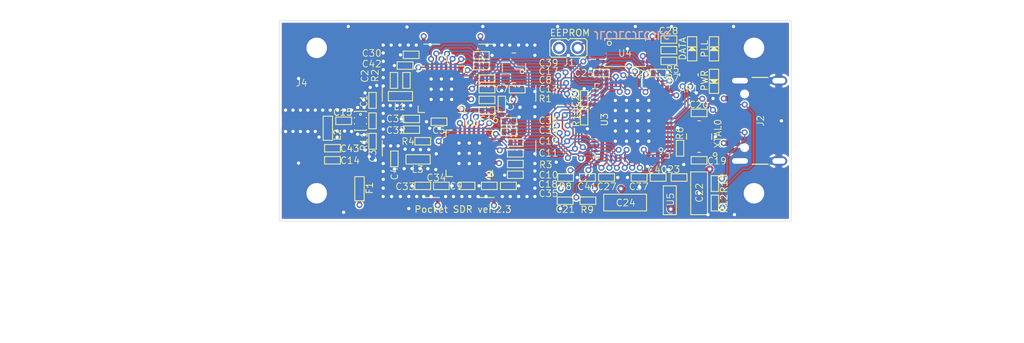
<source format=kicad_pcb>
(kicad_pcb (version 20240108) (generator "pcbnew") (generator_version "8.0")
  (layers (0 "F.Cu" signal) (1 "In1.Cu" signal) (2 "In2.Cu" signal) (31 "B.Cu" signal) (34 "B.Paste" user) (35 "F.Paste" user) (36 "B.SilkS" user "B.Silkscreen") (37 "F.SilkS" user "F.Silkscreen") (38 "B.Mask" user) (39 "F.Mask" user) (44 "Edge.Cuts" user))
  (net 0 "")
  (net 1 "GND")
  (net 2 "+3.3V")
  (net 3 "Net-(AR1-P1)")
  (net 4 "Net-(AR1-P3)")
  (net 6 "Net-(AR1-P5)")
  (net 8 "/LED2")
  (net 9 "/LED1")
  (net 10 "Net-(F1-P$1)")
  (net 11 "Net-(J4-RF)")
  (net 12 "Net-(RF_DIVIDER0-INPUT)")
  (net 13 "Net-(R11-P$2)")
  (net 14 "Net-(L1-P$1)")
  (net 15 "Net-(R11-P$1)")
  (net 16 "Net-(L3-P$1)")
  (net 17 "Net-(U1-LNAOUT_HI)")
  (net 18 "Net-(U1-MIXIN_HI)")
  (net 19 "Net-(R1-P$1)")
  (net 20 "Net-(R1-P$2)")
  (net 21 "/PLL_CLK")
  (net 22 "Net-(U1-XTAL)")
  (net 23 "Net-(U2-LNAOUT_LO)")
  (net 24 "Net-(U2-MIXIN_LO)")
  (net 25 "Net-(R3-P$1)")
  (net 26 "Net-(R3-P$2)")
  (net 27 "Net-(U2-XTAL)")
  (net 28 "Net-(U3-XTALOUT)")
  (net 29 "Net-(U3-XTALIN)")
  (net 30 "/RESET")
  (net 31 "Net-(J1-P2)")
  (net 32 "/5V")
  (net 33 "Net-(J2-CC2)")
  (net 34 "Net-(J2-CC1)")
  (net 35 "Net-(L1-P$2)")
  (net 36 "Net-(L3-P$2)")
  (net 37 "Net-(R2-P$1)")
  (net 38 "Net-(R4-P$1)")
  (net 39 "Net-(R5-P$1)")
  (net 40 "Net-(R6-P$1)")
  (net 41 "Net-(R7-P$1)")
  (net 42 "Net-(R8-P$1)")
  (net 43 "Net-(R10-P$1)")
  (net 44 "/SDATA")
  (net 45 "/DCLK")
  (net 48 "/LOCK_A")
  (net 51 "/SCLK")
  (net 52 "/CSN_A")
  (net 53 "/Q1_A")
  (net 54 "/I1_A")
  (net 55 "/I0_A")
  (net 56 "/Q0_A")
  (net 60 "/LOCK_B")
  (net 63 "/CSN_B")
  (net 64 "/Q1_B")
  (net 65 "/I1_B")
  (net 66 "/I0_B")
  (net 67 "/Q0_B")
  (net 78 "Net-(U3-DMINUS)")
  (net 79 "Net-(U3-DPLUS)")
  (footprint "Connector_USB:USB_C_Receptacle_GCT_USB4105-xx-A_16P_TopMnt_Horizontal" (layer "F.Cu") (at 173.6011 105.95 90)
    (property "Reference" "J2")
    (property "Value" "USB_C_Receptacle_USB2.0")
  )
  (footprint "pocket_sdr_v2.3:C1005" (layer "F.Cu") (at 146.3511 111.75 180)
    (property "Reference" "C10")
    (property "Value" "750pF" (hide yes))
  )
  (footprint "pocket_sdr_v2.3:BMI-S-202" (layer "F.Cu") (at 140.3011 105.95)
    (property "Reference" "RF-SHEILD-CASE0" (hide yes))
    (property "Value" "BMI-S-202" (hide yes))
  )
  (footprint "pocket_sdr_v2.3:C1005" (layer "F.Cu") (at 162.8511 99.5)
    (property "Reference" "R7")
    (property "Value" "2.2K" (hide yes))
  )
  (footprint "pocket_sdr_v2.3:PINH-2MM-2P" (layer "F.Cu") (at 152.0511 98.1 -90)
    (property "Reference" "J1")
    (property "Value" "PINH_2MM_2P" (hide yes))
  )
  (footprint "pocket_sdr_v2.3:LED_1608" (layer "F.Cu") (at 167.7011 101.7 -90)
    (property "Reference" "LED1" (hide yes))
    (property "Value" "LED1608" (hide yes))
  )
  (footprint "pocket_sdr_v2.3:C1005" (layer "F.Cu") (at 138.4011 112.95)
    (property "Reference" "C34")
    (property "Value" "0.1uF" (hide yes))
  )
  (footprint "pocket_sdr_v2.3:C1005" (layer "F.Cu") (at 167.8011 112.7 90)
    (property "Reference" "R13")
    (property "Value" "5.1K")
  )
  (footprint "pocket_sdr_v2.3:RF_DIV" (layer "F.Cu") (at 129.7 105.95 90)
    (property "Reference" "RF_DIVIDER0" (hide yes))
    (property "Value" "PD0922J5050S2HF" (hide yes))
  )
  (footprint "pocket_sdr_v2.3:XTAL_SMD" (layer "F.Cu") (at 166.1011 107.65 90)
    (property "Reference" "XTAL0")
    (property "Value" "24MHz 12pF" (hide yes))
  )
  (footprint "pocket_sdr_v2.3:C1005" (layer "F.Cu") (at 166.1011 105.1 180)
    (property "Reference" "C20")
    (property "Value" "12pF" (hide yes))
  )
  (footprint "pocket_sdr_v2.3:C1005" (layer "F.Cu") (at 135.2011 106.9 180)
    (property "Reference" "C32")
    (property "Value" "100pF" (hide yes))
  )
  (footprint "pocket_sdr_v2.3:C1005" (layer "F.Cu") (at 164.0511 108.9 90)
    (property "Reference" "R6")
    (property "Value" "10K" (hide yes))
  )
  (footprint "pocket_sdr_v2.3:C1005" (layer "F.Cu") (at 162.8511 98.35)
    (property "Reference" "R5")
    (property "Value" "2.2K" (hide yes))
  )
  (footprint "pocket_sdr_v2.3:C1005" (layer "F.Cu") (at 154.1011 112.05 180)
    (property "Reference" "C41")
    (property "Value" "100pF" (hide yes))
  )
  (footprint "pocket_sdr_v2.3:C1005" (layer "F.Cu") (at 146.5511 102.55)
    (property "Reference" "C13")
    (property "Value" "0.1uF" (hide yes))
  )
  (footprint "pocket_sdr_v2.3:C1005" (layer "F.Cu") (at 161.7011 100.8)
    (property "Reference" "C26")
    (property "Value" "0.1uF" (hide yes))
  )
  (footprint "pocket_sdr_v2.3:C1005" (layer "F.Cu") (at 143.3011 103.7 180)
    (property "Reference" "R1")
    (property "Value" "15K" (hide yes))
  )
  (footprint "pocket_sdr_v2.3:SOT23" (layer "F.Cu") (at 162.9511 114.5 90)
    (property "Reference" "U5")
    (property "Value" "LDO 3.3V 500mA SOT23-5" (hide yes))
  )
  (footprint "pocket_sdr_v2.3:C1005" (layer "F.Cu") (at 141.1511 112.95)
    (property "Reference" "C9")
    (property "Value" "470pF" (hide yes))
  )
  (footprint "pocket_sdr_v2.3:C1005" (layer "F.Cu") (at 143.3011 102.55)
    (property "Reference" "C7")
    (property "Value" "15pF" (hide yes))
  )
  (footprint "pocket_sdr_v2.3:C1005" (layer "F.Cu") (at 161.7011 112.05)
    (property "Reference" "C40")
    (property "Value" "100pF" (hide yes))
  )
  (footprint "pocket_sdr_v2.3:LED_1608" (layer "F.Cu") (at 167.7011 98.2 90)
    (property "Reference" "LED2" (hide yes))
    (property "Value" "LED1608" (hide yes))
  )
  (footprint "pocket_sdr_v2.3:C1608" (layer "F.Cu") (at 129.6011 113.26 -90)
    (property "Reference" "F1")
    (property "Value" "12V 8 Ohm, Trip 250mA")
  )
  (footprint "pocket_sdr_v2.3:C1005" (layer "F.Cu") (at 136.4011 112.95 180)
    (property "Reference" "C33")
    (property "Value" "100pF" (hide yes))
  )
  (footprint "pocket_sdr_v2.3:C3225" (layer "F.Cu") (at 158.1511 114.75 -90)
    (property "Reference" "C24")
    (property "Value" "10uF" (hide yes))
  )
  (footprint "pocket_sdr_v2.3:C1005" (layer "F.Cu") (at 143.3011 104.85)
    (property "Reference" "C16")
    (property "Value" "0.1uF" (hide yes))
  )
  (footprint "pocket_sdr_v2.3:C1005" (layer "F.Cu") (at 144.9011 104.15 -90)
    (property "Reference" "C6")
    (property "Value" "750pF" (hide yes))
  )
  (footprint "pocket_sdr_v2.3:TCXO" (layer "F.Cu") (at 146.2011 100.25 90)
    (property "Reference" "TCXO0" (hide yes))
    (property "Value" "24.000 MHz 0.5ppm" (hide yes))
  )
  (footprint "pocket_sdr_v2.3:C1005" (layer "F.Cu") (at 153.7511 105.55 90)
    (property "Reference" "R10")
    (property "Value" "10K" (hide yes))
  )
  (footprint "pocket_sdr_v2.3:C1005" (layer "F.Cu") (at 143.5511 112.95 180)
    (property "Reference" "C35")
    (property "Value" "0.1uF" (hide yes))
  )
  (footprint "pocket_sdr_v2.3:C1005" (layer "F.Cu") (at 134.6511 101.6 90)
    (property "Reference" "R2")
    (property "Value" "10K" (hide yes))
  )
  (footprint "pocket_sdr_v2.3:C1005" (layer "F.Cu") (at 162.8511 97.2)
    (property "Reference" "C28")
    (property "Value" "0.1uF" (hide yes))
  )
  (footprint "pocket_sdr_v2.3:C1005" (layer "F.Cu") (at 142.7011 98.9)
    (property "Reference" "C39")
    (property "Value" "100pF" (hide yes))
  )
  (footprint "pocket_sdr_v2.3:C1005" (layer "F.Cu") (at 142.7011 100.05)
    (property "Reference" "C17")
    (property "Value" "0.1uF" (hide yes))
  )
  (footprint "pocket_sdr_v2.3:C1608" (layer "F.Cu") (at 126.2 106.75 90)
    (property "Reference" "L2")
    (property "Value" "68nH")
  )
  (footprint "pocket_sdr_v2.3:TSSOP_8P" (layer "F.Cu") (at 158.1511 98.6 -90)
    (property "Reference" "U4")
    (property "Value" "AT24C128C" (hide yes))
  )
  (footprint "pocket_sdr_v2.3:TQFN28" (layer "F.Cu") (at 138.4011 102.55 90)
    (property "Reference" "U1")
    (property "Value" "MAX2771" (hide yes))
  )
  (footprint "pocket_sdr_v2.3:TQFN28" (layer "F.Cu") (at 141.4011 109.45 90)
    (property "Reference" "U2")
    (property "Value" "MAX2771" (hide yes))
  )
  (footprint "pocket_sdr_v2.3:QFN56" (layer "F.Cu") (at 158.9011 105.95 90)
    (property "Reference" "U3" (hide yes))
    (property "Value" "CY7C68013A-56LTXCT" (hide yes))
  )
  (footprint "pocket_sdr_v2.3:C1005" (layer "F.Cu") (at 133.3011 101.6 -90)
    (property "Reference" "C2")
    (property "Value" "1.7pF" (hide yes))
  )
  (footprint "pocket_sdr_v2.3:C1005" (layer "F.Cu") (at 151.7511 112.05 180)
    (property "Reference" "R8")
    (property "Value" "10K" (hide yes))
  )
  (footprint "pocket_sdr_v2.3:C1005" (layer "F.Cu") (at 167.8011 114.8 -90)
    (property "Reference" "R12")
    (property "Value" "5.1K")
  )
  (footprint "pocket_sdr_v2.3:C1005" (layer "F.Cu") (at 146.3511 109.45)
    (property "Reference" "C11")
    (property "Value" "15pF" (hide yes))
  )
  (footprint "pocket_sdr_v2.3:CPAD_2.2MM" (layer "F.Cu") (at 172.0011 98.1)
    (property "Reference" "#PAD03" (hide yes))
    (property "Value" "")
  )
  (footprint "pocket_sdr_v2.3:C1005" (layer "F.Cu") (at 145.6511 107.15)
    (property "Reference" "C38")
    (property "Value" "0.1uF" (hide yes))
  )
  (footprint "pocket_sdr_v2.3:C1005" (layer "F.Cu") (at 135.1511 98.85 180)
    (property "Reference" "C30")
    (property "Value" "0.1uF" (hide yes))
  )
  (footprint "pocket_sdr_v2.3:C1005" (layer "F.Cu") (at 156.1511 112.05)
    (property "Reference" "C27")
    (property "Value" "0.1uF" (hide yes))
  )
  (footprint "pocket_sdr_v2.3:C1608" (layer "F.Cu") (at 135.9011 110.1)
    (property "Reference" "L3")
    (property "Value" "8.4nH" (hide yes))
  )
  (footprint "pocket_sdr_v2.3:C1005" (layer "F.Cu") (at 126.7 108.9 180)
    (property "Reference" "C43")
    (property "Value" "0.1uF")
  )
  (footprint "pocket_sdr_v2.3:C1005" (layer "F.Cu") (at 154.1511 114.55)
    (property "Reference" "R9")
    (property "Value" "100K" (hide yes))
  )
  (footprint "pocket_sdr_v2.3:C1005" (layer "F.Cu") (at 131.0011 108.15 -90)
    (property "Reference" "C3")
    (property "Value" "470pF" (hide yes))
  )
  (footprint "pocket_sdr_v2.3:C1005" (layer "F.Cu") (at 145.6011 112.95)
    (property "Reference" "C18")
    (property "Value" "100pF" (hide yes))
  )
  (footprint "pocket_sdr_v2.3:C1005" (layer "F.Cu") (at 155.6011 100.8 180)
    (property "Reference" "C25")
    (property "Value" "0.1uF" (hide yes))
  )
  (footprint "pocket_sdr_v2.3:C3225" (layer "F.Cu") (at 166.1011 113.75)
    (property "Reference" "C22")
    (property "Value" "10uF" (hide yes))
  )
  (footprint "pocket_sdr_v2.3:C1005" (layer "F.Cu") (at 126.7 110.2 180)
    (property "Reference" "C14")
    (property "Value" "100pF" (hide yes))
  )
  (footprint "pocket_sdr_v2.3:CPAD_2.2MM" (layer "F.Cu") (at 125.0011 113.75)
    (property "Reference" "#PAD02" (hide yes))
    (property "Value" "")
  )
  (footprint "pocket_sdr_v2.3:C1005" (layer "F.Cu") (at 133.3511 110.05 -90)
    (property "Reference" "C4")
    (property "Value" "1.1pF" (hide yes))
  )
  (footprint "pocket_sdr_v2.3:C1005" (layer "F.Cu") (at 151.7011 114.55 180)
    (property "Reference" "C21")
    (property "Value" "1uF" (hide yes))
  )
  (footprint "pocket_sdr_v2.3:CPAD_2.2MM" (layer "F.Cu") (at 172.0011 113.75)
    (property "Reference" "#PAD04" (hide yes))
    (property "Value" "")
  )
  (footprint "pocket_sdr_v2.3:C1005" (layer "F.Cu") (at 146.3511 108.3 180)
    (property "Reference" "C12")
    (property "Value" "0.01uF" (hide yes))
  )
  (footprint "pocket_sdr_v2.3:C1005" (layer "F.Cu") (at 143.3011 101.4 180)
    (property "Reference" "C8")
    (property "Value" "0.01uF" (hide yes))
  )
  (footprint "pocket_sdr_v2.3:C1005" (layer "F.Cu") (at 131.0011 105.95 90)
    (property "Reference" "R11")
    (property "Value" "100" (hide yes))
  )
  (footprint "pocket_sdr_v2.3:C1005" (layer "F.Cu") (at 159.6511 112.05 180)
    (property "Reference" "C37")
    (property "Value" "0.1uF" (hide yes))
  )
  (footprint "pocket_sdr_v2.3:C1005" (layer "F.Cu") (at 153.7511 103.55 90)
    (property "Reference" "C29")
    (property "Value" "100pF" (hide yes))
  )
  (footprint "pocket_sdr_v2.3:C1005" (layer "F.Cu") (at 138.1511 106.05)
    (property "Reference" "C5")
    (property "Value" "470pF" (hide yes))
  )
  (footprint "pocket_sdr_v2.3:C1005" (layer "F.Cu") (at 127.9011 105.95)
    (property "Reference" "C15")
    (property "Value" "470pF")
  )
  (footprint "pocket_sdr_v2.3:C1005" (layer "F.Cu") (at 145.6511 106)
    (property "Reference" "C36")
    (property "Value" "100pF" (hide yes))
  )
  (footprint "pocket_sdr_v2.3:C1005" (layer "F.Cu") (at 131.0011 103.75 90)
    (property "Reference" "C1")
    (property "Value" "470pF" (hide yes))
  )
  (footprint "pocket_sdr_v2.3:C1005" (layer "F.Cu") (at 136.4011 108.15 180)
    (property "Reference" "R4")
    (property "Value" "10K" (hide yes))
  )
  (footprint "pocket_sdr_v2.3:EXB28V" (layer "F.Cu") (at 165.0011 101 180)
    (property "Reference" "AR1")
    (property "Value" "1K x 4" (hide yes))
  )
  (footprint "pocket_sdr_v2.3:LED_1608" (layer "F.Cu") (at 165.3511 98.2 90)
    (property "Reference" "LED3" (hide yes))
    (property "Value" "LED1608" (hide yes))
  )
  (footprint "pocket_sdr_v2.3:C1005" (layer "F.Cu") (at 166.1011 110.2)
    (property "Reference" "C19")
    (property "Value" "12pF" (hide yes))
  )
  (footprint "pocket_sdr_v2.3:SMA-ANG" (layer "F.Cu") (at 119.4011 105.95 90)
    (property "Reference" "J4")
    (property "Value" "SMA-ANG" (hide yes))
  )
  (footprint "pocket_sdr_v2.3:CPAD_2.2MM" (layer "F.Cu") (at 125.0011 98.1)
    (property "Reference" "#PAD01" (hide yes))
    (property "Value" "")
  )
  (footprint "pocket_sdr_v2.3:C1005" (layer "F.Cu") (at 135.2011 105.75 180)
    (property "Reference" "C31")
    (property "Value" "0.1uF" (hide yes))
  )
  (footprint "pocket_sdr_v2.3:C1005" (layer "F.Cu") (at 163.9511 112.05 180)
    (property "Reference" "C23")
    (property "Value" "0.1uF" (hide yes))
  )
  (footprint "pocket_sdr_v2.3:C1005" (layer "F.Cu") (at 134.5011 100 180)
    (property "Reference" "C42")
    (property "Value" "100pF" (hide yes))
  )
  (footprint "pocket_sdr_v2.3:C1608" (layer "F.Cu") (at 134.0011 103.3)
    (property "Reference" "L1")
    (property "Value" "5.6nF" (hide yes))
  )
  (footprint "pocket_sdr_v2.3:C1005" (layer "F.Cu") (at 146.3511 110.6 180)
    (property "Reference" "R3")
    (property "Value" "15K" (hide yes))
  )
  (gr_line (start 176.0011 116.75) (end 121.0011 116.75) (stroke (width 0.05)) (layer "Edge.Cuts"))
  (gr_line (start 121.0011 95.15) (end 176.0011 95.15) (stroke (width 0.05)) (layer "Edge.Cuts"))
  (gr_line (start 176.0011 95.15) (end 176.0011 116.75) (stroke (width 0.05)) (layer "Edge.Cuts"))
  (gr_line (start 121.0011 116.75) (end 121.0011 95.15) (stroke (width 0.05)) (layer "Edge.Cuts"))
  (gr_text "JLCJLCJLCJLC" (at 154.6511 96.25 180) (layer "B.SilkS") (effects (font (size 0.8 0.8) (thickness 0.15) (bold yes)) (justify left bottom mirror)))
  (gr_text "Pocket SDR ver.2.3" (at 135.4511 115.9 0) (layer "F.SilkS") (effects (font (size 0.715264 0.715264) (thickness 0.097536)) (justify left bottom)))
  (gr_text "EEPROM" (at 150.0011 96.9 0) (layer "F.SilkS") (effects (font (size 0.715264 0.715264) (thickness 0.097536)) (justify left bottom)))
  (gr_text "PWR" (at 167.1011 102.8 90) (layer "F.SilkS") (effects (font (size 0.715264 0.715264) (thickness 0.097536)) (justify left bottom)))
  (gr_text "PLL" (at 167.1011 99.2 90) (layer "F.SilkS") (effects (font (size 0.715264 0.715264) (thickness 0.097536)) (justify left bottom)))
  (gr_text "U3" (at 156.3511 106.6 90) (layer "F.SilkS") (effects (font (size 0.715264 0.715264) (thickness 0.097536)) (justify left bottom)))
  (gr_text "DATA" (at 164.7511 99.5 90) (layer "F.SilkS") (effects (font (size 0.715264 0.715264) (thickness 0.097536)) (justify left bottom)))
  (segment (start 144.0011 104.65) (end 144.9011 104.65) (width 0.4064) (layer "F.Cu") (net 1))
  (segment (start 143.8011 104.85) (end 144.0011 104.65) (width 0.4064) (layer "F.Cu") (net 1))
  (via (at 137.1511 106.75) (size 0.6548) (drill 0.35) (layers "F.Cu" "B.Cu") (net 1))
  (via (at 132.9511 108.65) (size 0.6548) (drill 0.35) (layers "F.Cu" "B.Cu") (net 1))
  (via (at 138.1511 106.75) (size 0.6548) (drill 0.35) (layers "F.Cu" "B.Cu") (net 1))
  (via (at 134.5011 109) (size 0.6548) (drill 0.35) (layers "F.Cu" "B.Cu") (net 1))
  (via (at 127.2511 104.8) (size 0.6548) (drill 0.35) (layers "F.Cu" "B.Cu") (net 1))
  (via (at 132.1511 108.65) (size 0.6548) (drill 0.35) (layers "F.Cu" "B.Cu") (net 1))
  (via (at 145.8011 114.1) (size 0.6548) (drill 0.35) (layers "F.Cu" "B.Cu") (net 1))
  (via (at 134.9011 115.4) (size 0.6548) (drill 0.35) (layers "F.Cu" "B.Cu") (net 1))
  (via (at 136.1511 109.05) (size 0.6548) (drill 0.35) (layers "F.Cu" "B.Cu") (net 1))
  (via (at 127.2 107.7) (size 0.6548) (drill 0.35) (layers "F.Cu" "B.Cu") (net 1))
  (via (at 132.1511 98.65) (size 0.6548) (drill 0.35) (layers "F.Cu" "B.Cu") (net 1))
  (via (at 130.6511 109.8) (size 0.6548) (drill 0.35) (layers "F.Cu" "B.Cu") (net 1))
  (via (at 159.2511 95.8) (size 0.6548) (drill 0.35) (layers "F.Cu" "B.Cu") (net 1))
  (via (at 133.3511 100) (size 0.6548) (drill 0.35) (layers "F.Cu" "B.Cu") (net 1))
  (via (at 143.8511 98.9) (size 0.6548) (drill 0.35) (layers "F.Cu" "B.Cu") (net 1))
  (via (at 150.7511 110.4) (size 0.6548) (drill 0.35) (layers "F.Cu" "B.Cu") (net 1))
  (via (at 127.2011 107.05) (size 0.6548) (drill 0.35) (layers "F.Cu" "B.Cu") (net 1))
  (via (at 121.6511 104.8) (size 0.6548) (drill 0.35) (layers "F.Cu" "B.Cu") (net 1))
  (via (at 133.7511 108.65) (size 0.6548) (drill 0.35) (layers "F.Cu" "B.Cu") (net 1))
  (via (at 129.4011 104.51) (size 0.6548) (drill 0.35) (layers "F.Cu" "B.Cu") (net 1))
  (via (at 148.4511 109.5) (size 0.6548) (drill 0.35) (layers "F.Cu" "B.Cu") (net 1))
  (via (at 128.7511 107.1) (size 0.6548) (drill 0.35) (layers "F.Cu" "B.Cu") (net 1))
  (via (at 137.2011 97.75) (size 0.6548) (drill 0.35) (layers "F.Cu" "B.Cu") (net 1))
  (via (at 132.9011 104.3) (size 0.6548) (drill 0.35) (layers "F.Cu" "B.Cu") (net 1))
  (via (at 132.1511 112.25) (size 0.6548) (drill 0.35) (layers "F.Cu" "B.Cu") (net 1))
  (via (at 148.4511 114.1) (size 0.6548) (drill 0.35) (layers "F.Cu" "B.Cu") (net 1))
  (via (at 132.1511 100.45) (size 0.6548) (drill 0.35) (layers "F.Cu" "B.Cu") (net 1))
  (via (at 145.4511 104.45) (size 0.6548) (drill 0.35) (layers "F.Cu" "B.Cu") (net 1))
  (via (at 125.2511 107.7) (size 0.6548) (drill 0.35) (layers "F.Cu" "B.Cu") (net 1))
  (via (at 132.1511 111.4) (size 0.6548) (drill 0.35) (layers "F.Cu" "B.Cu") (net 1))
  (via (at 135.2511 112.95) (size 0.6548) (drill 0.35) (layers "F.Cu" "B.Cu") (net 1))
  (via (at 131.3011 110.2) (size 0.6548) (drill 0.35) (layers "F.Cu" "B.Cu") (net 1))
  (via (at 140.6011 114.1) (size 0.6548) (drill 0.35) (layers "F.Cu" "B.Cu") (net 1))
  (via (at 144.9511 114.1) (size 0.6548) (drill 0.35) (layers "F.Cu" "B.Cu") (net 1))
  (via (at 133.0011 97.8) (size 0.6548) (drill 0.35) (layers "F.Cu" "B.Cu") (net 1))
  (via (at 131.4511 102.15) (size 0.6548) (drill 0.35) (layers "F.Cu" "B.Cu") (net 1))
  (via (at 169.8011 95.8) (size 0.6548) (drill 0.35) (layers "F.Cu" "B.Cu") (net 1))
  (via (at 124.8511 107.1) (size 0.6548) (drill 0.35) (layers "F.Cu" "B.Cu") (net 1))
  (via (at 128.4011 95.8) (size 0.6548) (drill 0.35) (layers "F.Cu" "B.Cu") (net 1))
  (via (at 123.2511 107.1) (size 0.6548) (drill 0.35) (layers "F.Cu" "B.Cu") (net 1))
  (via (at 128.7511 104.8) (size 0.6548) (drill 0.35) (layers "F.Cu" "B.Cu") (net 1))
  (via (at 132.1511 97.8) (size 0.6548) (drill 0.35) (layers "F.Cu" "B.Cu") (net 1))
  (via (at 174.9511 105.95) (size 0.6548) (drill 0.35) (layers "F.Cu" "B.Cu") (net 1))
  (via (at 124.0511 107.1) (size 0.6548) (drill 0.35) (layers "F.Cu" "B.Cu") (net 1))
  (via (at 148.4511 110.55) (size 0.6548) (drill 0.35) (layers "F.Cu" "B.Cu") (net 1))
  (via (at 130.2011 102.95) (size 0.6548) (drill 0.35) (layers "F.Cu" "B.Cu") (net 1))
  (via (at 148.4511 104.45) (size 0.6548) (drill 0.35) (layers "F.Cu" "B.Cu") (net 1))
  (via (at 146.7011 112.95) (size 0.6548) (drill 0.35) (layers "F.Cu" "B.Cu") (net 1))
  (via (at 167.6011 103.55) (size 0.6548) (drill 0.35) (layers "F.Cu" "B.Cu") (net 1))
  (via (at 152.0511 98.9) (size 0.6548) (drill 0.35) (layers "F.Cu" "B.Cu") (net 1))
  (via (at 124.8511 104.8) (size 0.6548) (drill 0.35) (layers "F.Cu" "B.Cu") (net 1))
  (via (at 128.0011 107.05) (size 0.6548) (drill 0.35) (layers "F.Cu" "B.Cu") (net 1))
  (via (at 136.5011 114.1) (size 0.6548) (drill 0.35) (layers "F.Cu" "B.Cu") (net 1))
  (via (at 148.4511 113.2) (size 0.6548) (drill 0.35) (layers "F.Cu" "B.Cu") (net 1))
  (via (at 146.7011 97.8) (size 0.6548) (drill 0.35) (layers "F.Cu" "B.Cu") (net 1))
  (via (at 137.3011 114.1) (size 0.6548) (drill 0.35) (layers "F.Cu" "B.Cu") (net 1))
  (via (at 151.2011 115.4) (size 0.6548) (drill 0.35) (layers "F.Cu" "B.Cu") (net 1))
  (via (at 133.6511 104.3) (size 0.6548) (drill 0.35) (layers "F.Cu" "B.Cu") (net 1))
  (via (at 134.1011 106.9) (size 0.6548) (drill 0.35) (layers "F.Cu" "B.Cu") (net 1))
  (via (at 146.7011 114.1) (size 0.6548) (drill 0.35) (layers "F.Cu" "B.Cu") (net 1))
  (via (at 133.3511 111.15) (size 0.6548) (drill 0.35) (layers "F.Cu" "B.Cu") (net 1))
  (via (at 132.1511 104.3) (size 0.6548) (drill 0.35) (layers "F.Cu" "B.Cu") (net 1))
  (via (at 125.6511 104.8) (size 0.6548) (drill 0.35) (layers "F.Cu" "B.Cu") (net 1))
  (via (at 132.1511 107.7) (size 0.6548) (drill 0.35) (layers "F.Cu" "B.Cu") (net 1))
  (via (at 145.7511 97.8) (size 0.6548) (drill 0.35) (layers "F.Cu" "B.Cu") (net 1))
  (via (at 163.8011 106.7) (size 0.6548) (drill 0.35) (layers "F.Cu" "B.Cu") (net 1))
  (via (at 146.8511 104.5) (size 0.6548) (drill 0.35) (layers "F.Cu" "B.Cu") (net 1))
  (via (at 153.0011 112.05) (size 0.6548) (drill 0.35) (layers "F.Cu" "B.Cu") (net 1))
  (via (at 158.4011 112.05) (size 0.6548) (drill 0.35) (layers "F.Cu" "B.Cu") (net 1))
  (via (at 132.1511 102.2) (size 0.6548) (drill 0.35) (layers "F.Cu" "B.Cu") (net 1))
  (via (at 137.8511 109.5) (size 0.6548) (drill 0.35) (layers "F.Cu" "B.Cu") (net 1))
  (via (at 122.4511 104.8) (size 0.6548) (drill 0.35) (layers "F.Cu" "B.Cu") (net 1))
  (via (at 132.1511 99.55) (size 0.6548) (drill 0.35) (layers "F.Cu" "B.Cu") (net 1))
  (via (at 123.2511 104.8) (size 0.6548) (drill 0.35) (layers "F.Cu" "B.Cu") (net 1))
  (via (at 123.0511 101.4) (size 0.6548) (drill 0.35) (layers "F.Cu" "B.Cu") (net 1))
  (via (at 130.1011 108.31) (size 0.6548) (drill 0.35) (layers "F.Cu" "B.Cu") (net 1))
  (via (at 126.4511 104.8) (size 0.6548) (drill 0.35) (layers "F.Cu" "B.Cu") (net 1))
  (via (at 163.1511 95.8) (size 0.6548) (drill 0.35) (layers "F.Cu" "B.Cu") (net 1))
  (via (at 134.1011 105.75) (size 0.6548) (drill 0.35) (layers "F.Cu" "B.Cu") (net 1))
  (via (at 143.3011 97.8) (size 0.6548) (drill 0.35) (layers "F.Cu" "B.Cu") (net 1))
  (via (at 135.7511 114.1) (size 0.6548) (drill 0.35) (layers "F.Cu" "B.Cu") (net 1))
  (via (at 134.8511 97.8) (size 0.6548) (drill 0.35) (layers "F.Cu" "B.Cu") (net 1))
  (via (at 142.4511 112.95) (size 0.6548) (drill 0.35) (layers "F.Cu" "B.Cu") (net 1))
  (via (at 132.1511 114.1) (size 0.6548) (drill 0.35) (layers "F.Cu" "B.Cu") (net 1))
  (via (at 166.1011 113.75) (size 0.6548) (drill 0.35) (layers "F.Cu" "B.Cu") (net 1))
  (via (at 132.1511 105.15) (size 0.6548) (drill 0.35) (layers "F.Cu" "B.Cu") (net 1))
  (via (at 135.7011 97.8) (size 0.6548) (drill 0.35) (layers "F.Cu" "B.Cu") (net 1))
  (via (at 135.3511 109.05) (size 0.6548) (drill 0.35) (layers "F.Cu" "B.Cu") (net 1))
  (via (at 134.0011 114.1) (size 0.6548) (drill 0.35) (layers "F.Cu" "B.Cu") (net 1))
  (via (at 132.1511 101.3) (size 0.6548) (drill 0.35) (layers "F.Cu" "B.Cu") (net 1))
  (via (at 142.3511 114.1) (size 0.6548) (drill 0.35) (layers "F.Cu" "B.Cu") (net 1))
  (via (at 162.7011 100.75) (size 0.6548) (drill 0.35) (layers "F.Cu" "B.Cu") (net 1))
  (via (at 154.1011 106.8) (size 0.6548) (drill 0.35) (layers "F.Cu" "B.Cu") (net 1))
  (via (at 134.4011 111.1) (size 0.6548) (drill 0.35) (layers "F.Cu" "B.Cu") (net 1))
  (via (at 148.4511 98.9) (size 0.6548) (drill 0.35) (layers "F.Cu" "B.Cu") (net 1))
  (via (at 144.1011 97.8) (size 0.6548) (drill 0.35) (layers "F.Cu" "B.Cu") (net 1))
  (via (at 148.4511 102.8) (size 0.6548) (drill 0.35) (layers "F.Cu" "B.Cu") (net 1))
  (via (at 141.4511 114.1) (size 0.6548) (drill 0.35) (layers "F.Cu" "B.Cu") (net 1))
  (via (at 130.7511 102.35) (size 0.6548) (drill 0.35) (layers "F.Cu" "B.Cu") (net 1))
  (via (at 135.2511 111.1) (size 0.6548) (drill 0.35) (layers "F.Cu" "B.Cu") (net 1))
  (via (at 137.8011 111.2) (size 0.6548) (drill 0.35) (layers "F.Cu" "B.Cu") (net 1))
  (via (at 144.9011 97.8) (size 0.6548) (drill 0.35) (layers "F.Cu" "B.Cu") (net 1))
  (via (at 132.1511 110.55) (size 0.6548) (drill 0.35) (layers "F.Cu" "B.Cu") (net 1))
  (via (at 136.1011 111.1) (size 0.6548) (drill 0.35) (layers "F.Cu" "B.Cu") (net 1))
  (via (at 148.4511 112.25) (size 0.6548) (drill 0.35) (layers "F.Cu" "B.Cu") (net 1))
  (via (at 130.0511 103.71) (size 0.6548) (drill 0.35) (layers "F.Cu" "B.Cu") (net 1))
  (via (at 167.0511 116.05) (size 0.6548) (drill 0.35) (layers "F.Cu" "B.Cu") (net 1))
  (via (at 144.9011 102.7) (size 0.6548) (drill 0.35) (layers "F.Cu" "B.Cu") (net 1))
  (via (at 169.9011 116.05) (size 0.6548) (drill 0.35) (layers "F.Cu" "B.Cu") (net 1))
  (via (at 148.4511 97.8) (size 0.6548) (drill 0.35) (layers "F.Cu" "B.Cu") (net 1))
  (via (at 157.3511 112.05) (size 0.6548) (drill 0.35) (layers "F.Cu" "B.Cu") (net 1))
  (via (at 165.8011 102.95) (size 0.6548) (drill 0.35) (layers "F.Cu" "B.Cu") (net 1))
  (via (at 138.8511 114.1) (size 0.6548) (drill 0.35) (layers "F.Cu" "B.Cu") (net 1))
  (via (at 132.1511 106) (size 0.6548) (drill 0.35) (layers "F.Cu" "B.Cu") (net 1))
  (via (at 148.4511 105.5) (size 0.6548) (drill 0.35) (layers "F.Cu" "B.Cu") (net 1))
  (via (at 134.9011 114.1) (size 0.6548) (drill 0.35) (layers "F.Cu" "B.Cu") (net 1))
  (via (at 135.1011 104.3) (size 0.6548) (drill 0.35) (layers "F.Cu" "B.Cu") (net 1))
  (via (at 130.2011 109.1) (size 0.6548) (drill 0.35) (layers "F.Cu" "B.Cu") (net 1))
  (via (at 167.8511 107.65) (size 0.6548) (drill 0.35) (layers "F.Cu" "B.Cu") (net 1))
  (via (at 139.7011 114.1) (size 0.6548) (drill 0.35) (layers "F.Cu" "B.Cu") (net 1))
  (via (at 159.6511 113.1) (size 0.6548) (drill 0.35) (layers "F.Cu" "B.Cu") (net 1))
  (via (at 133.0511 114.1) (size 0.6548) (drill 0.35) (layers "F.Cu" "B.Cu") (net 1))
  (via (at 158.4011 98.2) (size 0.6548) (drill 0.35) (layers "F.Cu" "B.Cu") (net 1))
  (via (at 150.9011 95.8) (size 0.6548) (drill 0.35) (layers "F.Cu" "B.Cu") (net 1))
  (via (at 134.0011 98.85) (size 0.6548) (drill 0.35) (layers "F.Cu" "B.Cu") (net 1))
  (via (at 154.4511 100.35) (size 0.6548) (drill 0.35) (layers "F.Cu" "B.Cu") (net 1))
  (via (at 143.2011 114.1) (size 0.6548) (drill 0.35) (layers "F.Cu" "B.Cu") (net 1))
  (via (at 134.7011 95.85) (size 0.6548) (drill 0.35) (layers "F.Cu" "B.Cu") (net 1))
  (via (at 137.0511 109.05) (size 0.6548) (drill 0.35) (layers "F.Cu" "B.Cu") (net 1))
  (via (at 136.8011 106.05) (size 0.6548) (drill 0.35) (layers "F.Cu" "B.Cu") (net 1))
  (via (at 139.5511 112.95) (size 0.6548) (drill 0.35) (layers "F.Cu" "B.Cu") (net 1))
  (via (at 122.4511 107.1) (size 0.6548) (drill 0.35) (layers "F.Cu" "B.Cu") (net 1))
  (via (at 121.6511 107.1) (size 0.6548) (drill 0.35) (layers "F.Cu" "B.Cu") (net 1))
  (via (at 142.8511 95.8) (size 0.6548) (drill 0.35) (layers "F.Cu" "B.Cu") (net 1))
  (via (at 130.1011 107.45) (size 0.6548) (drill 0.35) (layers "F.Cu" "B.Cu") (net 1))
  (via (at 132.1511 113.2) (size 0.6548) (drill 0.35) (layers "F.Cu" "B.Cu") (net 1))
  (via (at 128.0011 104.8) (size 0.6548) (drill 0.35) (layers "F.Cu" "B.Cu") (net 1))
  (via (at 162.8011 111.2) (size 0.6548) (drill 0.35) (layers "F.Cu" "B.Cu") (net 1))
  (via (at 132.1511 106.85) (size 0.6548) (drill 0.35) (layers "F.Cu" "B.Cu") (net 1))
  (via (at 130.1011 104.51) (size 0.6548) (drill 0.35) (layers "F.Cu" "B.Cu") (net 1))
  (via (at 153.7511 102.5) (size 0.6548) (drill 0.35) (layers "F.Cu" "B.Cu") (net 1))
  (via (at 164.4511 110.65) (size 0.6548) (drill 0.35) (layers "F.Cu" "B.Cu") (net 1))
  (via (at 145.2011 111.8) (size 0.6548) (drill 0.35) (layers "F.Cu" "B.Cu") (net 1))
  (via (at 127.9011 115.8) (size 0.6548) (drill 0.35) (layers "F.Cu" "B.Cu") (net 1))
  (via (at 124.0511 104.8) (size 0.6548) (drill 0.35) (layers "F.Cu" "B.Cu") (net 1))
  (via (at 134.3511 104.3) (size 0.6548) (drill 0.35) (layers "F.Cu" "B.Cu") (net 1))
  (via (at 136.9511 111.1) (size 0.6548) (drill 0.35) (layers "F.Cu" "B.Cu") (net 1))
  (via (at 129.4022 107.4) (size 0.6548) (drill 0.35) (layers "F.Cu" "B.Cu") (net 1))
  (via (at 123.0511 110.5) (size 0.6548) (drill 0.35) (layers "F.Cu" "B.Cu") (net 1))
  (via (at 133.9511 97.8) (size 0.6548) (drill 0.35) (layers "F.Cu" "B.Cu") (net 1))
  (via (at 147.6011 114.1) (size 0.6548) (drill 0.35) (layers "F.Cu" "B.Cu") (net 1))
  (via (at 147.6011 97.8) (size 0.6548) (drill 0.35) (layers "F.Cu" "B.Cu") (net 1))
  (via (at 148.4511 111.35) (size 0.6548) (drill 0.35) (layers "F.Cu" "B.Cu") (net 1))
  (via (at 160.5511 110.85) (size 0.6548) (drill 0.35) (layers "F.Cu" "B.Cu") (net 1))
  (via (at 146.7511 105.55) (size 0.6548) (drill 0.35) (layers "F.Cu" "B.Cu") (net 1))
  (segment (start 141.348994 101.55) (end 140.7411 101.55) (width 0.4064) (layer "F.Cu") (net 2))
  (segment (start 139.9011 111.79) (end 139.8931 111.79) (width 0.3048) (layer "F.Cu") (net 2))
  (segment (start 146.0511 102.55) (end 146.0511 102.5) (width 0.4064) (layer "F.Cu") (net 2))
  (segment (start 146.1511 104.938232) (end 146.1511 103.638232) (width 0.4064) (layer "F.Cu") (net 2))
  (segment (start 161.1 97.6239) (end 161.1011 97.625) (width 0.4064) (layer "F.Cu") (net 2))
  (segment (start 151.2511 112.05) (end 151.2511 113.25) (width 0.1524) (layer "F.Cu") (net 2))
  (segment (start 155.7011 102.95) (end 155.7011 104.2) (width 0.4064) (layer "F.Cu") (net 2))
  (segment (start 153.9011 104.2) (end 153.7511 104.05) (width 0.4064) (layer "F.Cu") (net 2))
  (segment (start 139.7011 107.11) (end 139.9011 107.11) (width 0.4064) (layer "F.Cu") (net 2))
  (segment (start 154.9 114.3011) (end 154.9 113.25) (width 0.1524) (layer "F.Cu") (net 2))
  (segment (start 137.9011 112.95) (end 137.9011 112.8) (width 0.4064) (layer "F.Cu") (net 2))
  (segment (start 144.0511 112.25) (end 144.0511 112.95) (width 0.4064) (layer "F.Cu") (net 2))
  (segment (start 136.2611 104.89) (end 135.7011 105.45) (width 0.4064) (layer "F.Cu") (net 2))
  (segment (start 142.4177 111.79) (end 142.9011 111.79) (width 0.4064) (layer "F.Cu") (net 2))
  (segment (start 159.2261 114.75) (end 159.7511 114.75) (width 0.8128) (layer "F.Cu") (net 2))
  (segment (start 142.2011 100.471908) (end 141.5717 101.101308) (width 0.4064) (layer "F.Cu") (net 2))
  (segment (start 144.0511 112.95) (end 145.1011 112.95) (width 0.4064) (layer "F.Cu") (net 2))
  (segment (start 143.5511 111.8) (end 143.6011 111.8) (width 0.4064) (layer "F.Cu") (net 2))
  (segment (start 136.5011 96.8475) (end 136.5 96.8464) (width 0.4064) (layer "F.Cu") (net 2))
  (segment (start 154.9011 110.7) (end 154.9011 112) (width 0.4064) (layer "F.Cu") (net 2))
  (segment (start 161.4511 114.7) (end 161.4511 115.45) (width 0.8128) (layer "F.Cu") (net 2))
  (segment (start 134.6511 100.35) (end 134.6511 101.1) (width 0.1524) (layer "F.Cu") (net 2))
  (segment (start 142.2011 98.9) (end 142.2011 100.05) (width 0.4064) (layer "F.Cu") (net 2))
  (segment (start 161.1 96.8464) (end 161.9975 96.8464) (width 0.4064) (layer "F.Cu") (net 2))
  (segment (start 135.7011 105.45) (end 135.7011 105.75) (width 0.4064) (layer "F.Cu") (net 2))
  (segment (start 136.5011 98.85) (end 136.5011 99.81) (width 0.4064) (layer "F.Cu") (net 2))
  (segment (start 137.9011 112.95) (end 136.9011 112.95) (width 0.4064) (layer "F.Cu") (net 2))
  (segment (start 138.0011 113.05) (end 138.0011 115.0606) (width 0.4064) (layer "F.Cu") (net 2))
  (segment (start 139.9011 107.11) (end 139.6011 107.11) (width 0.4064) (layer "F.Cu") (net 2))
  (segment (start 141.5717 101.101308) (end 141.5717 101.327294) (width 0.4064) (layer "F.Cu") (net 2))
  (segment (start 163.3511 98.2) (end 162.3511 97.2) (width 0.1524) (layer "F.Cu") (net 2))
  (segment (start 151.2511 113.25) (end 151.2511 113.2475) (width 0.1524) (layer "F.Cu") (net 2))
  (segment (start 154.6011 112.05) (end 154.6511 112) (width 0.4064) (layer "F.Cu") (net 2))
  (segment (start 137.9011 112.8) (end 138.9111 111.79) (width 0.4064) (layer "F.Cu") (net 2))
  (segment (start 144.1011 115.0606) (end 144.0511 115.0606) (width 0.4064) (layer "F.Cu") (net 2))
  (segment (start 140.398543 104.85) (end 139.9411 104.85) (width 0.4064) (layer "F.Cu") (net 2))
  (segment (start 144.3511 108.45) (end 145.1511 107.65) (width 0.4064) (layer "F.Cu") (net 2))
  (segment (start 161.2011 113.3) (end 161.2011 112.05) (width 0.8128) (layer "F.Cu") (net 2))
  (segment (start 146.1511 104.938232) (end 145.1511 105.938232) (width 0.4064) (layer "F.Cu") (net 2))
  (segment (start 142.774821 104.823722) (end 142.8011 104.85) (width 0.4064) (layer "F.Cu") (net 2))
  (segment (start 141.5717 101.327294) (end 141.348994 101.55) (width 0.4064) (layer "F.Cu") (net 2))
  (segment (start 145.1511 106) (end 145.1511 107.15) (width 0.4064) (layer "F.Cu") (net 2))
  (segment (start 163.355862 99.504763) (end 163.3511 99.5) (width 0.1524) (layer "F.Cu") (net 2))
  (segment (start 145.3011 101.75) (end 145.3011 101.45) (width 0.4064) (layer "F.Cu") (net 2))
  (segment (start 161.1511 102.477894) (end 162.1011 103.427894) (width 0.4064) (layer "F.Cu") (net 2))
  (segment (start 154.9011 112.05) (end 154.9011 113.2489) (width 0.6096) (layer "F.Cu") (net 2))
  (segment (start 140.574821 104.673722) (end 140.398543 104.85) (width 0.4064) (layer "F.Cu") (net 2))
  (segment (start 163.881412 100.9786) (end 163.355862 100.45305) (width 0.1524) (layer "F.Cu") (net 2))
  (segment (start 140.724821 104.823722) (end 142.774821 104.823722) (width 0.4064) (layer "F.Cu") (net 2))
  (segment (start 155.6511 109.95) (end 154.9011 110.7) (width 0.4064) (layer "F.Cu") (net 2))
  (segment (start 161.6511 109.4) (end 161.6511 109.95) (width 0.4064) (layer "F.Cu") (net 2))
  (segment (start 135.0011 100) (end 135.6511 99.35) (width 0.4064) (layer "F.Cu") (net 2))
  (segment (start 163.8511 108.2) (end 164.0511 108.4) (width 0.1524) (layer "F.Cu") (net 2))
  (segment (start 136.2611 107.46) (end 135.7011 106.9) (width 0.4064) (layer "F.Cu") (net 2))
  (segment (start 139.6011 107.11) (end 139.2511 107.46) (width 0.4064) (layer "F.Cu") (net 2))
  (segment (start 161.4511 113.55) (end 161.4511 114.7) (width 0.8128) (layer "F.Cu") (net 2))
  (segment (start 163.3511 98.35) (end 163.3511 98.2) (width 0.1524) (layer "F.Cu") (net 2))
  (segment (start 155.7011 104.2) (end 155.7011 109.372107) (width 0.4064) (layer "F.Cu") (net 2))
  (segment (start 144.6011 110.506) (end 144.5451 110.45) (width 0.4064) (layer "F.Cu") (net 2))
  (segment (start 140.7411 103.55) (end 141.524637 103.55) (width 0.4064) (layer "F.Cu") (net 2))
  (segment (start 139.7011 105.19) (end 139.7011 107.11) (width 0.4064) (layer "F.Cu") (net 2))
  (segment (start 143.5511 111.8) (end 143.5411 111.79) (width 0.4064) (layer "F.Cu") (net 2))
  (segment (start 163.355862 100.45305) (end 163.355862 99.504763) (width 0.1524) (layer "F.Cu") (net 2))
  (segment (start 161.2011 111.15) (end 161.2011 112.05) (width 0.4064) (layer "F.Cu") (net 2))
  (segment (start 155.6511 109.422107) (end 155.6511 109.95) (width 0.4064) (layer "F.Cu") (net 2))
  (segment (start 161.9975 96.8464) (end 162.3511 97.2) (width 0.4064) (layer "F.Cu") (net 2))
  (segment (start 138.0011 115.0606) (end 138.0011 115.0475) (width 0.4064) (layer "F.Cu") (net 2))
  (segment (start 161.1 96.8464) (end 161.1 97.6239) (width 0.4064) (layer "F.Cu") (net 2))
  (segment (start 161.1511 100.85) (end 161.2011 100.8) (width 0.4064) (layer "F.Cu") (net 2))
  (segment (start 162.1011 103.427894) (end 162.1011 104.2) (width 0.4064) (layer "F.Cu") (net 2))
  (segment (start 139.9011 104.89) (end 139.4011 104.89) (width 0.4064) (layer "F.Cu") (net 2))
  (segment (start 156.1511 100.74) (end 156.1011 100.8) (width 0.4064) (layer "F.Cu") (net 2))
  (segment (start 139.8931 111.79) (end 138.9111 111.79) (width 0.4064) (layer "F.Cu") (net 2))
  (segment (start 155.7011 102.95) (end 156.1511 102.5) (width 0.4064) (layer "F.Cu") (net 2))
  (segment (start 154.9011 104.2) (end 155.7011 104.2) (width 0.4064) (layer "F.Cu") (net 2))
  (segment (start 135.9011 107.82) (end 136.2611 107.46) (width 0.1524) (layer "F.Cu") (net 2))
  (segment (start 135.6511 99.35) (end 135.6511 99.003125) (width 0.4064) (layer "F.Cu") (net 2))
  (segment (start 154.9011 112.05) (end 155.6511 112.05) (width 0.6096) (layer "F.Cu") (net 2))
  (segment (start 161.6511 109.95) (end 161.6511 110.7) (width 0.4064) (layer "F.Cu") (net 2))
  (segment (start 157.7261 113.25) (end 159.2261 114.75) (width 0.8128) (layer "F.Cu") (net 2))
  (segment (start 143.6011 111.8) (end 144.0511 112.25) (width 0.4064) (layer "F.Cu") (net 2))
  (segment (start 155.7011 109.372107) (end 155.6511 109.422107) (width 0.4064) (layer "F.Cu") (net 2))
  (segment (start 154.9011 104.2) (end 153.9011 104.2) (width 0.4064) (layer "F.Cu") (net 2))
  (segment (start 136.5011 96.85) (end 136.5011 96.8475) (width 0.4064) (layer "F.Cu") (net 2))
  (segment (start 162.1011 106.2) (end 162.1011 108.2) (width 0.4064) (layer "F.Cu") (net 2))
  (segment (start 145.1511 107.65) (end 145.1511 107.15) (width 0.4064) (layer "F.Cu") (net 2))
  (segment (start 154.9011 112) (end 154.9011 112.05) (width 0.4064) (layer "F.Cu") (net 2))
  (segment (start 162.1011 108.2) (end 162.1511 108.2) (width 0.4064) (layer "F.Cu") (net 2))
  (segment (start 139.9411 104.85) (end 139.9011 104.89) (width 0.4064) (layer "F.Cu") (net 2))
  (segment (start 153.7511 104.35) (end 153.9011 104.2) (width 0.1524) (layer "F.Cu") (net 2))
  (segment (start 136.5011 96.85) (end 136.5011 98.85) (width 0.4064) (layer "F.Cu") (net 2))
  (segment (start 146.1511 102.65) (end 146.1511 103.638232) (width 0.4064) (layer "F.Cu") (net 2))
  (segment (start 146.0511 102.55) (end 146.1511 102.65) (width 0.4064) (layer "F.Cu") (net 2))
  (segment (start 137.9011 112.95) (end 138.0011 113.05) (width 0.4064) (layer "F.Cu") (net 2))
  (segment (start 154.6511 114.55) (end 154.9 114.3011) (width 0.1524) (layer "F.Cu") (net 2))
  (segment (start 163.3511 98.35) (end 163.3511 99.5) (width 0.1524) (layer "F.Cu") (net 2))
  (segment (start 161.4511 114.7) (end 159.87181 114.7) (width 0.8128) (layer "F.Cu") (net 2))
  (segment (start 140.574821 104.673722) (end 140.724821 104.823722) (width 0.4064) (layer "F.Cu") (net 2))
  (segment (start 162.9011 106.2) (end 162.1011 106.2) (width 0.3048) (layer "F.Cu") (net 2))
  (segment (start 162.1011 108.95) (end 161.6511 109.4) (width 0.4064) (layer "F.Cu") (net 2))
  (segment (start 146.0511 102.5) (end 145.3011 101.75) (width 0.4064) (layer "F.Cu") (net 2))
  (segment (start 161.1511 101.95) (end 161.1511 102.477894) (width 0.4064) (layer "F.Cu") (net 2))
  (segment (start 142.6011 96.85) (end 142.6011 96.8475) (width 0.4064) (layer "F.Cu") (net 2))
  (segment (start 154.6511 112) (end 154.9011 112) (width 0.4064) (layer "F.Cu") (net 2))
  (segment (start 157.7011 113.25) (end 157.7261 113.25) (width 0.8128) (layer "F.Cu") (net 2))
  (segment (start 144.5451 110.45) (end 143.7411 110.45) (width 0.4064) (layer "F.Cu") (net 2))
  (segment (start 165.8011 101.3) (end 165.4797 100.9786) (width 0.1524) (layer "F.Cu") (net 2))
  (segment (start 162.1011 108.25) (end 162.1011 108.95) (width 0.4064) (layer "F.Cu") (net 2))
  (segment (start 143.5411 111.79) (end 142.9011 111.79) (width 0.4064) (layer "F.Cu") (net 2))
  (segment (start 162.1511 108.2) (end 162.1011 108.25) (width 0.4064) (layer "F.Cu") (net 2))
  (segment (start 154.9011 113.2489) (end 154.9 113.25) (width 0.4064) (layer "F.Cu") (net 2))
  (segment (start 136.5011 98.85) (end 135.6511 98.85) (width 0.4064) (layer "F.Cu") (net 2))
  (segment (start 156.1511 101.95) (end 156.1511 100.74) (width 0.4064) (layer "F.Cu") (net 2))
  (segment (start 162.1011 104.2) (end 162.1011 106.2) (width 0.4064) (layer "F.Cu") (net 2))
  (segment (start 136.5011 99.81) (end 136.9011 100.21) (width 0.4064) (layer "F.Cu") (net 2))
  (segment (start 139.2511 107.46) (end 136.2611 107.46) (width 0.4064) (layer "F.Cu") (net 2))
  (segment (start 142.2011 100.05) (end 142.2011 100.471908) (width 0.4064) (layer "F.Cu") (net 2))
  (segment (start 162.9011 108.2) (end 163.8511 108.2) (width 0.1524) (layer "F.Cu") (net 2))
  (segment (start 161.15 96.8464) (end 161.1011 96.8953) (width 0.4064) (layer "F.Cu") (net 2))
  (segment (start 139.4011 104.89) (end 139.7011 105.19) (width 0.4064) (layer "F.Cu") (net 2))
  (segment (start 154.5511 114.55) (end 154.6511 114.55) (width 0.1524) (layer "F.Cu") (net 2))
  (segment (start 161.1511 101.95) (end 161.1511 100.85) (width 0.4064) (layer "F.Cu") (net 2))
  (segment (start 156.1511 102.5) (end 156.1511 101.95) (width 0.4064) (layer "F.Cu") (net 2))
  (segment (start 162.1511 108.2) (end 162.9011 108.2) (width 0.4064) (layer "F.Cu") (net 2))
  (segment (start 142.6011 98.5) (end 142.2011 98.9) (width 0.4064) (layer "F.Cu") (net 2))
  (segment (start 165.8011 101.5) (end 165.8011 101.3) (width 0.1524) (layer "F.Cu") (net 2))
  (segment (start 141.524637 103.55) (end 141.612868 103.638232) (width 0.4064) (layer "F.Cu") (net 2))
  (segment (start 160.1511 112.05) (end 161.2011 112.05) (width 0.6096) (layer "F.Cu") (net 2))
  (segment (start 138.0011 115.0475) (end 138 115.0464) (width 0.4064) (layer "F.Cu") (net 2))
  (segment (start 142.6011 96.8475) (end 142.6 96.8464) (width 0.4064) (layer "F.Cu") (net 2))
  (segment (start 136.9011 104.89) (end 136.2611 104.89) (width 0.4064) (layer "F.Cu") (net 2))
  (segment (start 143.7411 108.45) (end 144.3511 108.45) (width 0.4064) (layer "F.Cu") (net 2))
  (segment (start 135.0011 100) (end 134.6511 100.35) (width 0.1524) (layer "F.Cu") (net 2))
  (segment (start 162.9011 104.2) (end 162.1011 104.2) (width 0.4064) (layer "F.Cu") (net 2))
  (segment (start 135.9011 108.15) (end 135.9011 107.82) (width 0.1524) (layer "F.Cu") (net 2))
  (segment (start 153.7511 105.05) (end 153.7511 104.35) (width 0.1524) (layer "F.Cu") (net 2))
  (segment (start 135.7011 105.75) (end 135.7011 106.9) (width 0.4064) (layer "F.Cu") (net 2))
  (segment (start 135.6511 99.003125) (end 135.6511 98.85) (width 0.1524) (layer "F.Cu") (net 2))
  (segment (start 161.4511 113.55) (end 161.2011 113.3) (width 0.8128) (layer "F.Cu") (net 2))
  (segment (start 142.6011 98.5) (end 142.6011 96.85) (width 0.4064) (layer "F.Cu") (net 2))
  (segment (start 151.2511 113.2475) (end 151.25 113.2464) (width 0.1524) (layer "F.Cu") (net 2))
  (segment (start 165.4797 100.9786) (end 163.881412 100.9786) (width 0.1524) (layer "F.Cu") (net 2))
  (segment (start 161.6511 110.7) (end 161.2011 111.15) (width 0.4064) (layer "F.Cu") (net 2))
  (segment (start 142.4011 111.79) (end 142.4177 111.79) (width 0.3048) (layer "F.Cu") (net 2))
  (segment (start 145.1511 106) (end 145.1511 105.938232) (width 0.4064) (layer "F.Cu") (net 2))
  (segment (start 144.0511 112.95) (end 144.0511 115.0606) (width 0.4064) (layer "F.Cu") (net 2))
  (via (at 143.5511 111.8) (size 0.6548) (drill 0.35) (layers "F.Cu" "B.Cu") (net 2))
  (via (at 151.25 113.2464) (size 0.6548) (drill 0.35) (layers "F.Cu" "B.Cu") (net 2))
  (via (at 144.0511 115.0606) (size 0.6548) (drill 0.35) (layers "F.Cu" "B.Cu") (net 2))
  (via (at 136.5 96.8464) (size 0.6548) (drill 0.35) (layers "F.Cu" "B.Cu") (net 2))
  (via (at 157.7011 113.25) (size 0.6548) (drill 0.35) (layers "F.Cu" "B.Cu") (net 2))
  (via (at 154.9 113.25) (size 0.6548) (drill 0.35) (layers "F.Cu" "B.Cu") (net 2))
  (via (at 142.6 96.8464) (size 0.6548) (drill 0.35) (layers "F.Cu" "B.Cu") (net 2))
  (via (at 146.1511 103.638232) (size 0.6548) (drill 0.35) (layers "F.Cu" "B.Cu") (net 2))
  (via (at 140.574821 104.673722) (size 0.6548) (drill 0.35) (layers "F.Cu" "B.Cu") (net 2))
  (via (at 141.612868 103.638232) (size 0.6548) (drill 0.35) (layers "F.Cu" "B.Cu") (net 2))
  (via (at 138 115.0464) (size 0.6548) (drill 0.35) (layers "F.Cu" "B.Cu") (net 2))
  (via (at 144.6011 110.506) (size 0.6548) (drill 0.35) (layers "F.Cu" "B.Cu") (net 2))
  (via (at 161.1 96.8464) (size 0.6548) (drill 0.35) (layers "F.Cu" "B.Cu") (net 2))
  (arc (start 159.87181 114.7) (mid 159.806482 114.712994) (end 159.7511 114.75) (width 0.8128) (layer "F.Cu") (net 2))
  (segment (start 166.2011 100.9) (end 167.7011 100.9) (width 0.1524) (layer "F.Cu") (net 3))
  (segment (start 166.2011 100.9) (end 165.8011 100.5) (width 0.1524) (layer "F.Cu") (net 3))
  (segment (start 166.7511 100) (end 167.7011 99.05) (width 0.1524) (layer "F.Cu") (net 4))
  (segment (start 165.5011 100) (end 166.7511 100) (width 0.1524) (layer "F.Cu") (net 4))
  (segment (start 165.2511 100.5) (end 165.2511 100.25) (width 0.1524) (layer "F.Cu") (net 4))
  (segment (start 165.2511 100.25) (end 165.5011 100) (width 0.1524) (layer "F.Cu") (net 4))
  (segment (start 167.7011 99.05) (end 167.7011 99) (width 0.1524) (layer "F.Cu") (net 4))
  (segment (start 164.7511 100.5) (end 164.7511 99.6) (width 0.1524) (layer "F.Cu") (net 6))
  (segment (start 164.7511 99.6) (end 165.3511 99) (width 0.1524) (layer "F.Cu") (net 6))
  (segment (start 164.7511 101.8) (end 164.331593 102.219507) (width 0.1524) (layer "F.Cu") (net 8))
  (segment (start 164.331593 102.234032) (end 164.331593 102.219507) (width 0.1524) (layer "F.Cu") (net 8))
  (segment (start 164.7511 101.5) (end 164.7511 101.8) (width 0.1524) (layer "F.Cu") (net 8))
  (segment (start 160.1511 109.05) (end 160.1511 109.95) (width 0.1524) (layer "F.Cu") (net 8))
  (via (at 164.331593 102.234032) (size 0.6548) (drill 0.35) (layers "F.Cu" "B.Cu") (net 8))
  (via (at 160.1511 109.05) (size 0.6548) (drill 0.35) (layers "F.Cu" "B.Cu") (net 8))
  (segment (start 164.581593 102.484032) (end 164.331593 102.234032) (width 0.1524) (layer "B.Cu") (net 8))
  (segment (start 162.7511 109.1) (end 162.7511 106.3) (width 0.1524) (layer "B.Cu") (net 8))
  (segment (start 164.581593 104.469507) (end 164.581593 102.484032) (width 0.1524) (layer "B.Cu") (net 8))
  (segment (start 160.1511 109.05) (end 160.7011 109.6) (width 0.1524) (layer "B.Cu") (net 8))
  (segment (start 162.2511 109.6) (end 162.7511 109.1) (width 0.1524) (layer "B.Cu") (net 8))
  (segment (start 162.7511 106.3) (end 164.581593 104.469507) (width 0.1524) (layer "B.Cu") (net 8))
  (segment (start 160.7011 109.6) (end 162.2511 109.6) (width 0.1524) (layer "B.Cu") (net 8))
  (segment (start 165.1511 102.25) (end 165.2511 102.15) (width 0.1524) (layer "F.Cu") (net 9))
  (segment (start 159.6511 109.95) (end 159.6511 110.925) (width 0.1524) (layer "F.Cu") (net 9))
  (segment (start 165.2511 101.5) (end 165.2511 102.15) (width 0.1524) (layer "F.Cu") (net 9))
  (segment (start 159.7261 111) (end 159.6511 110.925) (width 0.1524) (layer "F.Cu") (net 9))
  (via (at 159.7261 111) (size 0.6548) (drill 0.35) (layers "F.Cu" "B.Cu") (net 9))
  (via (at 165.1511 102.25) (size 0.6548) (drill 0.35) (layers "F.Cu" "B.Cu") (net 9))
  (segment (start 164.9011 102.5) (end 164.9011 104.6) (width 0.1524) (layer "B.Cu") (net 9))
  (segment (start 160.9011 111.45) (end 160.1761 111.45) (width 0.1524) (layer "B.Cu") (net 9))
  (segment (start 165.1511 102.25) (end 164.9011 102.5) (width 0.1524) (layer "B.Cu") (net 9))
  (segment (start 160.1761 111.45) (end 159.7261 111) (width 0.1524) (layer "B.Cu") (net 9))
  (segment (start 164.9011 104.6) (end 163.1011 106.4) (width 0.1524) (layer "B.Cu") (net 9))
  (segment (start 163.1011 109.25) (end 160.9011 111.45) (width 0.1524) (layer "B.Cu") (net 9))
  (segment (start 163.1011 106.4) (end 163.1011 109.25) (width 0.1524) (layer "B.Cu") (net 9))
  (segment (start 126.2 110.5489) (end 128.1111 112.46) (width 0.508) (layer "F.Cu") (net 10))
  (segment (start 128.1111 112.46) (end 129.6011 112.46) (width 0.508) (layer "F.Cu") (net 10))
  (segment (start 126.2 110.2) (end 126.2 110.5489) (width 0.508) (layer "F.Cu") (net 10))
  (segment (start 126.2 107.55) (end 126.2 108.9) (width 0.508) (layer "F.Cu") (net 10))
  (segment (start 126.2 108.9) (end 126.2 110.2) (width 0.508) (layer "F.Cu") (net 10))
  (segment (start 123.4011 105.95) (end 126.2 105.95) (width 0.3556) (layer "F.Cu") (net 11))
  (segment (start 126.2 105.95) (end 127.4011 105.95) (width 0.3556) (layer "F.Cu") (net 11))
  (segment (start 128.4011 105.95) (end 129.2 105.95) (width 0.3556) (layer "F.Cu") (net 12))
  (segment (start 130.2 105.29) (end 130.8411 105.29) (width 0.3556) (layer "F.Cu") (net 13))
  (segment (start 130.2411 105.31) (end 130.2011 105.35) (width 0.1524) (layer "F.Cu") (net 13))
  (segment (start 131.0011 104.25) (end 131.0011 105.45) (width 0.3556) (layer "F.Cu") (net 13))
  (arc (start 130.8411 105.29) (mid 130.954237 105.336863) (end 131.0011 105.45) (width 0.3556) (layer "F.Cu") (net 13))
  (segment (start 132.198588 103.197487) (end 132.2011 103.2) (width 0.3556) (layer "F.Cu") (net 14))
  (segment (start 133.3011 102.1) (end 133.3011 103.058579) (width 0.3556) (layer "F.Cu") (net 14))
  (segment (start 132.442521 103.3) (end 133.2011 103.3) (width 0.3556) (layer "F.Cu") (net 14))
  (segment (start 131.0011 103.25) (end 131.088968 103.162132) (width 0.3556) (layer "F.Cu") (net 14))
  (arc (start 132.2011 103.2) (mid 132.311865 103.274011) (end 132.442521 103.3) (width 0.3556) (layer "F.Cu") (net 14))
  (arc (start 131.088968 103.162132) (mid 131.323935 103.005132) (end 131.6011 102.95) (width 0.3556) (layer "F.Cu") (net 14))
  (arc (start 131.6011 102.95) (mid 131.924458 103.01432) (end 132.198588 103.197487) (width 0.3556) (layer "F.Cu") (net 14))
  (arc (start 133.3011 103.058579) (mid 133.275111 103.189235) (end 133.2011 103.3) (width 0.508) (layer "F.Cu") (net 14))
  (segment (start 130.2 106.61) (end 130.8411 106.61) (width 0.3556) (layer "F.Cu") (net 15))
  (segment (start 130.8411 106.61) (end 131.0011 106.45) (width 0.3556) (layer "F.Cu") (net 15))
  (segment (start 131.0011 106.45) (end 131.0011 107.65) (width 0.3556) (layer "F.Cu") (net 15))
  (segment (start 133.3511 109.55) (end 133.638968 109.55) (width 0.3556) (layer "F.Cu") (net 16))
  (segment (start 132.337496 109.55) (end 133.3511 109.55) (width 0.3556) (layer "F.Cu") (net 16))
  (segment (start 134.966785 110.1) (end 135.1011 110.1) (width 0.3556) (layer "F.Cu") (net 16))
  (segment (start 133.3511 109.55) (end 133.3511 109.55) (width 0.3556) (layer "F.Cu") (net 16))
  (segment (start 131.142521 108.991422) (end 131.2511 109.1) (width 0.3556) (layer "F.Cu") (net 16))
  (arc (start 133.638968 109.55) (mid 133.834952 109.588984) (end 134.0011 109.7) (width 0.3556) (layer "F.Cu") (net 16))
  (arc (start 131.0011 108.65) (mid 131.037854 108.834776) (end 131.142521 108.991422) (width 0.3556) (layer "F.Cu") (net 16))
  (arc (start 134.0011 109.7) (mid 134.44416 109.996043) (end 134.966785 110.1) (width 0.3556) (layer "F.Cu") (net 16))
  (arc (start 131.2511 109.1) (mid 131.749542 109.433049) (end 132.337496 109.55) (width 0.3556) (layer "F.Cu") (net 16))
  (segment (start 137.6511 105.768288) (end 137.6511 106.05) (width 0.3048) (layer "F.Cu") (net 17))
  (segment (start 137.9097 105.509688) (end 137.6511 105.768288) (width 0.3048) (layer "F.Cu") (net 17))
  (segment (start 137.9097 104.8986) (end 137.9097 105.509688) (width 0.3048) (layer "F.Cu") (net 17))
  (segment (start 137.9011 104.89) (end 137.9097 104.8986) (width 0.1524) (layer "F.Cu") (net 17))
  (segment (start 138.6511 105.79) (end 138.6511 106.05) (width 0.3048) (layer "F.Cu") (net 18))
  (segment (start 138.6511 105.79) (end 138.4011 105.54) (width 0.3048) (layer "F.Cu") (net 18))
  (segment (start 138.4011 104.89) (end 138.4011 105.54) (width 0.3048) (layer "F.Cu") (net 18))
  (segment (start 143.8011 103.7) (end 143.8511 103.65) (width 0.1524) (layer "F.Cu") (net 19))
  (segment (start 143.8511 103.65) (end 144.9011 103.65) (width 0.1524) (layer "F.Cu") (net 19))
  (segment (start 140.7411 104.05) (end 141.1911 104.05) (width 0.1524) (layer "F.Cu") (net 20))
  (segment (start 142.3011 104.2) (end 142.8011 103.7) (width 0.1524) (layer "F.Cu") (net 20))
  (segment (start 141.1911 104.05) (end 141.3411 104.2) (width 0.1524) (layer "F.Cu") (net 20))
  (segment (start 141.3411 104.2) (end 142.3011 104.2) (width 0.1524) (layer "F.Cu") (net 20))
  (segment (start 142.8011 102.55) (end 142.8011 103.7) (width 0.1524) (layer "F.Cu") (net 20))
  (segment (start 144.4511 99.9) (end 144.4511 100.35) (width 0.1524) (layer "F.Cu") (net 21))
  (segment (start 145.3011 99.05) (end 144.4511 99.9) (width 0.1524) (layer "F.Cu") (net 21))
  (segment (start 147.8011 100.8) (end 147.8011 107.35) (width 0.1524) (layer "F.Cu") (net 21))
  (segment (start 147.8011 100.8) (end 147.2511 100.25) (width 0.1524) (layer "F.Cu") (net 21))
  (segment (start 145.3011 99.05) (end 146.5011 100.25) (width 0.1524) (layer "F.Cu") (net 21))
  (segment (start 146.8511 108.3) (end 147.8011 107.35) (width 0.1524) (layer "F.Cu") (net 21))
  (segment (start 147.2511 100.25) (end 146.5011 100.25) (width 0.1524) (layer "F.Cu") (net 21))
  (segment (start 143.8011 101) (end 143.8011 101.4) (width 0.1524) (layer "F.Cu") (net 21))
  (segment (start 144.4511 100.35) (end 143.8011 101) (width 0.1524) (layer "F.Cu") (net 21))
  (segment (start 142.8011 101.4) (end 142.3011 101.9) (width 0.1524) (layer "F.Cu") (net 22))
  (segment (start 142.0261 103.05) (end 140.7411 103.05) (width 0.1524) (layer "F.Cu") (net 22))
  (segment (start 142.3011 101.9) (end 142.3011 102.775) (width 0.1524) (layer "F.Cu") (net 22))
  (segment (start 142.3011 102.775) (end 142.0261 103.05) (width 0.1524) (layer "F.Cu") (net 22))
  (segment (start 140.6511 112.85) (end 140.4011 112.6) (width 0.3048) (layer "F.Cu") (net 23))
  (segment (start 140.4011 111.79) (end 140.4011 112.6) (width 0.3048) (layer "F.Cu") (net 23))
  (segment (start 140.6511 112.85) (end 140.6511 112.95) (width 0.3048) (layer "F.Cu") (net 23))
  (segment (start 141.9097 111.7986) (end 141.9097 112.609688) (width 0.3048) (layer "F.Cu") (net 24))
  (segment (start 141.6511 112.95) (end 141.6511 112.868288) (width 0.3048) (layer "F.Cu") (net 24))
  (segment (start 141.9097 112.609688) (end 141.6511 112.868288) (width 0.3048) (layer "F.Cu") (net 24))
  (segment (start 141.9011 111.79) (end 141.9097 111.7986) (width 0.3048) (layer "F.Cu") (net 24))
  (segment (start 146.8511 110.6) (end 146.8511 111.75) (width 0.1524) (layer "F.Cu") (net 25))
  (segment (start 145.8511 110.6) (end 145.3511 110.6) (width 0.1524) (layer "F.Cu") (net 26))
  (segment (start 145.3511 110.6) (end 144.8011 111.15) (width 0.1524) (layer "F.Cu") (net 26))
  (segment (start 145.8511 109.45) (end 145.8511 110.6) (width 0.1524) (layer "F.Cu") (net 26))
  (segment (start 143.9411 111.15) (end 143.7411 110.95) (width 0.1524) (layer "F.Cu") (net 26))
  (segment (start 144.8011 111.15) (end 143.9411 111.15) (width 0.1524) (layer "F.Cu") (net 26))
  (segment (start 145.2511 108.9) (end 145.2511 109.5) (width 0.1524) (layer "F.Cu") (net 27))
  (segment (start 145.2511 109.5) (end 144.8011 109.95) (width 0.1524) (layer "F.Cu") (net 27))
  (segment (start 143.7411 109.95) (end 144.8011 109.95) (width 0.1524) (layer "F.Cu") (net 27))
  (segment (start 145.8511 108.3) (end 145.2511 108.9) (width 0.1524) (layer "F.Cu") (net 27))
  (segment (start 166.9011 108.75) (end 166.6011 109.05) (width 0.2032) (layer "F.Cu") (net 28))
  (segment (start 166.6011 109.05) (end 166.6011 110.2) (width 0.2032) (layer "F.Cu") (net 28))
  (segment (start 163.3011 107.7) (end 163.3511 107.75) (width 0.1524) (layer "F.Cu") (net 28))
  (segment (start 163.3511 107.75) (end 165.9011 107.75) (width 0.1524) (layer "F.Cu") (net 28))
  (segment (start 166.9011 108.75) (end 165.9011 107.75) (width 0.1524) (layer "F.Cu") (net 28))
  (segment (start 162.9011 107.7) (end 163.3011 107.7) (width 0.1524) (layer "F.Cu") (net 28))
  (segment (start 163.3011 107.2) (end 162.9011 107.2) (width 0.1524) (layer "F.Cu") (net 29))
  (segment (start 165.3011 106.7) (end 164.6511 107.35) (width 0.1524) (layer "F.Cu") (net 29))
  (segment (start 163.4511 107.35) (end 163.3011 107.2) (width 0.1524) (layer "F.Cu") (net 29))
  (segment (start 165.6011 105.1) (end 165.6011 106.25) (width 0.2032) (layer "F.Cu") (net 29))
  (segment (start 165.3011 106.55) (end 165.6011 106.25) (width 0.2032) (layer "F.Cu") (net 29))
  (segment (start 165.3011 106.55) (end 165.3011 106.7) (width 0.1524) (layer "F.Cu") (net 29))
  (segment (start 164.6511 107.35) (end 163.4511 107.35) (width 0.1524) (layer "F.Cu") (net 29))
  (segment (start 152.7011 114.2) (end 152.3511 114.55) (width 0.1524) (layer "F.Cu") (net 30))
  (segment (start 152.3511 114.55) (end 152.2011 114.55) (width 0.1524) (layer "F.Cu") (net 30))
  (segment (start 153.2011 114.2) (end 153.5511 114.55) (width 0.1524) (layer "F.Cu") (net 30))
  (segment (start 154.9011 109.2) (end 154.9011 110.05) (width 0.1524) (layer "F.Cu") (net 30))
  (segment (start 154.4511 111) (end 154.2011 111.25) (width 0.1524) (layer "F.Cu") (net 30))
  (segment (start 152.9011 114.2) (end 153.2011 114.2) (width 0.1524) (layer "F.Cu") (net 30))
  (segment (start 154.9011 110.05) (end 154.4511 110.5) (width 0.1524) (layer "F.Cu") (net 30))
  (segment (start 154.4511 110.5) (end 154.4511 111) (width 0.1524) (layer "F.Cu") (net 30))
  (segment (start 152.9011 114.2) (end 152.7011 114.2) (width 0.1524) (layer "F.Cu") (net 30))
  (via (at 154.2011 111.25) (size 0.6548) (drill 0.35) (layers "F.Cu" "B.Cu") (net 30))
  (via (at 152.9011 114.2) (size 0.6548) (drill 0.35) (layers "F.Cu" "B.Cu") (net 30))
  (segment (start 154.2011 111.7108) (end 154.2011 111.25) (width 0.1524) (layer "B.Cu") (net 30))
  (segment (start 152.9011 113.0108) (end 154.2011 111.7108) (width 0.1524) (layer "B.Cu") (net 30))
  (segment (start 152.9011 114.2) (end 152.9011 113.0108) (width 0.1524) (layer "B.Cu") (net 30))
  (segment (start 153.4261 97.625) (end 153.0511 98) (width 0.1524) (layer "F.Cu") (net 31))
  (segment (start 153.4261 97.625) (end 155.2011 97.625) (width 0.1524) (layer "F.Cu") (net 31))
  (segment (start 153.0511 98.1) (end 153.0511 98) (width 0.1524) (layer "F.Cu") (net 31))
  (segment (start 168.7511 103.55) (end 169.9211 103.55) (width 0.6096) (layer "F.Cu") (net 32))
  (segment (start 164.4511 113.55) (end 163.0511 113.55) (width 0.8128) (layer "F.Cu") (net 32))
  (segment (start 163.0511 113.55) (end 163.0511 115.45) (width 0.8128) (layer "F.Cu") (net 32))
  (segment (start 167.2511 111.15) (end 166.3011 112.1) (width 0.8128) (layer "F.Cu") (net 32))
  (segment (start 166.0011 112.05) (end 166.1011 112.15) (width 0.8128) (layer "F.Cu") (net 32))
  (segment (start 168.7511 108.35) (end 169.9211 108.35) (width 0.6096) (layer "F.Cu") (net 32))
  (segment (start 129.6011 114.06) (end 129.6011 115.0053) (width 0.4064) (layer "F.Cu") (net 32))
  (segment (start 164.4511 115.45) (end 163.0511 115.45) (width 0.8128) (layer "F.Cu") (net 32))
  (segment (start 164.4511 112.05) (end 166.0011 112.05) (width 0.8128) (layer "F.Cu") (net 32))
  (segment (start 164.4511 112.05) (end 164.4511 113.55) (width 0.8128) (layer "F.Cu") (net 32))
  (via (at 163.0511 115.45) (size 0.6548) (drill 0.35) (layers "F.Cu" "B.Cu") (net 32))
  (via (at 168.7511 103.55) (size 0.6548) (drill 0.35) (layers "F.Cu" "B.Cu") (net 32))
  (via (at 167.2511 111.15) (size 0.6548) (drill 0.35) (layers "F.Cu" "B.Cu") (net 32))
  (via (at 129.6011 115.0053) (size 0.6548) (drill 0.35) (layers "F.Cu" "B.Cu") (net 32))
  (via (at 168.7511 108.35) (size 0.6548) (drill 0.35) (layers "F.Cu" "B.Cu") (net 32))
  (segment (start 168.6011 115.3) (end 167.8011 115.3) (width 0.1524) (layer "F.Cu") (net 33))
  (segment (start 169.9211 104.2) (end 171.0011 104.2) (width 0.1524) (layer "F.Cu") (net 33))
  (via (at 168.6011 115.3) (size 0.6548) (drill 0.35) (layers "F.Cu" "B.Cu") (net 33))
  (via (at 171.0011 104.2) (size 0.6548) (drill 0.35) (layers "F.Cu" "B.Cu") (net 33))
  (segment (start 168.6011 113.35) (end 170.8011 111.15) (width 0.1524) (layer "B.Cu") (net 33))
  (segment (start 170.8011 111.15) (end 171.4011 111.15) (width 0.1524) (layer "B.Cu") (net 33))
  (segment (start 171.9511 105.15) (end 171.0011 104.2) (width 0.1524) (layer "B.Cu") (net 33))
  (segment (start 168.6011 115.3) (end 168.6011 113.35) (width 0.1524) (layer "B.Cu") (net 33))
  (segment (start 171.4011 111.15) (end 171.9511 110.6) (width 0.1524) (layer "B.Cu") (net 33))
  (segment (start 171.9511 110.6) (end 171.9511 105.15) (width 0.1524) (layer "B.Cu") (net 33))
  (segment (start 167.8011 112.2) (end 168.5511 112.2) (width 0.1524) (layer "F.Cu") (net 34))
  (segment (start 169.9211 107.2) (end 171.0011 107.2) (width 0.1524) (layer "F.Cu") (net 34))
  (via (at 168.5511 112.2) (size 0.6548) (drill 0.35) (layers "F.Cu" "B.Cu") (net 34))
  (via (at 171.0011 107.2) (size 0.6548) (drill 0.35) (layers "F.Cu" "B.Cu") (net 34))
  (segment (start 171.0011 107.95) (end 171.0011 107.2) (width 0.1524) (layer "B.Cu") (net 34))
  (segment (start 169.1011 109.85) (end 171.0011 107.95) (width 0.1524) (layer "B.Cu") (net 34))
  (segment (start 169.1011 111.65) (end 169.1011 109.85) (width 0.1524) (layer "B.Cu") (net 34))
  (segment (start 168.5511 112.2) (end 169.1011 111.65) (width 0.1524) (layer "B.Cu") (net 34))
  (segment (start 134.9511 103.2) (end 135.057164 103.118613) (width 0.3556) (layer "F.Cu") (net 35))
  (segment (start 134.9011 103.2) (end 134.9511 103.2) (width 0.3556) (layer "F.Cu") (net 35))
  (segment (start 134.9511 103.2) (end 134.9511 103.2) (width 0.3556) (layer "F.Cu") (net 35))
  (segment (start 134.8011 103.3) (end 134.9011 103.2) (width 0.3556) (layer "F.Cu") (net 35))
  (segment (start 135.057164 103.118613) (end 135.18068 103.067451) (width 0.3556) (layer "F.Cu") (net 35))
  (segment (start 136.0611 103.05) (end 135.313228 103.05) (width 0.3556) (layer "F.Cu") (net 35))
  (segment (start 135.18068 103.067451) (end 135.313228 103.05) (width 0.3556) (layer "F.Cu") (net 35))
  (segment (start 137.546033 110.45) (end 138.4011 110.45) (width 0.3556) (layer "F.Cu") (net 36))
  (segment (start 139.0611 110.45) (end 138.4011 110.45) (width 0.3556) (layer "F.Cu") (net 36))
  (arc (start 136.7011 110.1) (mid 137.088774 110.359045) (end 137.546033 110.45) (width 0.3556) (layer "F.Cu") (net 36))
  (segment (start 135.6011 102.55) (end 136.0611 102.55) (width 0.1524) (layer "F.Cu") (net 37))
  (segment (start 135.1511 102.1) (end 135.6011 102.55) (width 0.1524) (layer "F.Cu") (net 37))
  (segment (start 134.6511 102.1) (end 135.1511 102.1) (width 0.1524) (layer "F.Cu") (net 37))
  (segment (start 137.287406 108.15) (end 138.587406 109.45) (width 0.1524) (layer "F.Cu") (net 38))
  (segment (start 136.9011 108.15) (end 137.287406 108.15) (width 0.1524) (layer "F.Cu") (net 38))
  (segment (start 139.0611 109.45) (end 138.587406 109.45) (width 0.1524) (layer "F.Cu") (net 38))
  (segment (start 162.6011 101.95) (end 162.9011 101.65) (width 0.1524) (layer "F.Cu") (net 39))
  (segment (start 161.0511 98.975) (end 161.1011 98.925) (width 0.1524) (layer "F.Cu") (net 39))
  (segment (start 162.3511 98.35) (end 161.7261 98.975) (width 0.1524) (layer "F.Cu") (net 39))
  (segment (start 162.1511 101.95) (end 162.6011 101.95) (width 0.1524) (layer "F.Cu") (net 39))
  (segment (start 161.0511 98.975) (end 160.0511 98.975) (width 0.1524) (layer "F.Cu") (net 39))
  (segment (start 161.7261 98.975) (end 160.0511 98.975) (width 0.1524) (layer "F.Cu") (net 39))
  (via (at 162.9011 101.65) (size 0.6548) (drill 0.35) (layers "F.Cu" "B.Cu") (net 39))
  (via (at 160.0511 98.975) (size 0.6548) (drill 0.35) (layers "F.Cu" "B.Cu") (net 39))
  (segment (start 160.0511 98.975) (end 160.0511 99.368944) (width 0.1524) (layer "B.Cu") (net 39))
  (segment (start 162.332156 101.65) (end 160.0511 99.368944) (width 0.1524) (layer "B.Cu") (net 39))
  (segment (start 162.9011 101.65) (end 162.332156 101.65) (width 0.1524) (layer "B.Cu") (net 39))
  (segment (start 162.9011 109.2) (end 163.4511 109.2) (width 0.1524) (layer "F.Cu") (net 40))
  (segment (start 163.6511 109.4) (end 163.4511 109.2) (width 0.1524) (layer "F.Cu") (net 40))
  (segment (start 163.6511 109.4) (end 164.0511 109.4) (width 0.1524) (layer "F.Cu") (net 40))
  (segment (start 161.7011 101.35) (end 161.7011 99.675) (width 0.1524) (layer "F.Cu") (net 41))
  (segment (start 161.6511 101.4) (end 161.7011 101.35) (width 0.1524) (layer "F.Cu") (net 41))
  (segment (start 161.6511 101.95) (end 161.6511 101.4) (width 0.1524) (layer "F.Cu") (net 41))
  (segment (start 161.1011 99.575) (end 161.6011 99.575) (width 0.1524) (layer "F.Cu") (net 41))
  (segment (start 162.2761 99.575) (end 162.3511 99.5) (width 0.1524) (layer "F.Cu") (net 41))
  (segment (start 161.7011 99.675) (end 161.6011 99.575) (width 0.1524) (layer "F.Cu") (net 41))
  (segment (start 161.1011 99.575) (end 162.2761 99.575) (width 0.1524) (layer "F.Cu") (net 41))
  (segment (start 156.1511 109.95) (end 156.1511 110.45) (width 0.1524) (layer "F.Cu") (net 42))
  (segment (start 152.2511 111.95) (end 152.2511 112.05) (width 0.1524) (layer "F.Cu") (net 42))
  (segment (start 152.2761 111.925) (end 152.2511 111.95) (width 0.1524) (layer "F.Cu") (net 42))
  (segment (start 156.1511 110.45) (end 155.6011 111) (width 0.1524) (layer "F.Cu") (net 42))
  (segment (start 152.2761 111.275) (end 152.2761 111.925) (width 0.1524) (layer "F.Cu") (net 42))
  (via (at 155.6011 111) (size 0.6548) (drill 0.35) (layers "F.Cu" "B.Cu") (net 42))
  (via (at 152.2761 111.275) (size 0.6548) (drill 0.35) (layers "F.Cu" "B.Cu") (net 42))
  (segment (start 152.9011 111.3) (end 152.8761 111.275) (width 0.1524) (layer "B.Cu") (net 42))
  (segment (start 154.481406 110.394) (end 153.8071 110.394) (width 0.1524) (layer "B.Cu") (net 42))
  (segment (start 152.8761 111.275) (end 152.2761 111.275) (width 0.1524) (layer "B.Cu") (net 42))
  (segment (start 154.687406 110.6) (end 154.481406 110.394) (width 0.1524) (layer "B.Cu") (net 42))
  (segment (start 153.8071 110.394) (end 152.9011 111.3) (width 0.1524) (layer "B.Cu") (net 42))
  (segment (start 155.2011 110.6) (end 154.687406 110.6) (width 0.1524) (layer "B.Cu") (net 42))
  (segment (start 155.6011 111) (end 155.2011 110.6) (width 0.1524) (layer "B.Cu") (net 42))
  (segment (start 153.5011 106.986307) (end 153.5011 106.3) (width 0.1524) (layer "F.Cu") (net 43))
  (segment (start 153.5011 106.3) (end 153.7511 106.05) (width 0.1524) (layer "F.Cu") (net 43))
  (segment (start 154.3451 107.356) (end 153.870793 107.356) (width 0.1524) (layer "F.Cu") (net 43))
  (segment (start 154.5011 107.2) (end 154.3451 107.356) (width 0.1524) (layer "F.Cu") (net 43))
  (segment (start 154.5011 107.2) (end 154.9011 107.2) (width 0.1524) (layer "F.Cu") (net 43))
  (segment (start 153.870793 107.356) (end 153.5011 106.986307) (width 0.1524) (layer "F.Cu") (net 43))
  (segment (start 143.7411 107.95) (end 144.0011 107.95) (width 0.1524) (layer "F.Cu") (net 44))
  (segment (start 144.2511 107.7) (end 144.0011 107.95) (width 0.1524) (layer "F.Cu") (net 44))
  (segment (start 152.5511 104.581057) (end 152.5511 107.52956) (width 0.1524) (layer "F.Cu") (net 44))
  (segment (start 151.302793 103.33275) (end 152.5511 104.581057) (width 0.1524) (layer "F.Cu") (net 44))
  (segment (start 158.1511 109.229694) (end 158.310593 109.0702) (width 0.1524) (layer "F.Cu") (net 44))
  (segment (start 151.8119 102.3316) (end 151.302793 102.840707) (width 0.1524) (layer "F.Cu") (net 44))
  (segment (start 144.2511 107.35) (end 144.2511 107.7) (width 0.1524) (layer "F.Cu") (net 44))
  (segment (start 152.5511 107.52956) (end 151.931859 108.1488) (width 0.1524) (layer "F.Cu") (net 44))
  (segment (start 151.302793 102.840707) (end 151.302793 103.33275) (width 0.1524) (layer "F.Cu") (net 44))
  (segment (start 151.924912 108.1488) (end 151.931859 108.1488) (width 0.1524) (layer "F.Cu") (net 44))
  (segment (start 151.8119 101.8816) (end 151.8119 102.3316) (width 0.1524) (layer "F.Cu") (net 44))
  (segment (start 140.7411 101.05) (end 140.6991 101.008) (width 0.1524) (layer "F.Cu") (net 44))
  (segment (start 141.2071 100.5) (end 140.6991 101.008) (width 0.1524) (layer "F.Cu") (net 44))
  (segment (start 158.1511 109.95) (end 158.1511 109.229694) (width 0.1524) (layer "F.Cu") (net 44))
  (via (at 151.924912 108.1488) (size 0.6548) (drill 0.35) (layers "F.Cu" "B.Cu") (net 44))
  (via (at 141.2071 100.5) (size 0.6548) (drill 0.35) (layers "F.Cu" "B.Cu") (net 44))
  (via (at 151.8119 101.8816) (size 0.6548) (drill 0.35) (layers "F.Cu" "B.Cu") (net 44))
  (via (at 144.2511 107.35) (size 0.6548) (drill 0.35) (layers "F.Cu" "B.Cu") (net 44))
  (via (at 158.310593 109.0702) (size 0.6548) (drill 0.35) (layers "F.Cu" "B.Cu") (net 44))
  (segment (start 151.5935 102.1) (end 150.7011 102.1) (width 0.1524) (layer "B.Cu") (net 44))
  (segment (start 151.924912 108.1488) (end 151.124912 108.9488) (width 0.1524) (layer "B.Cu") (net 44))
  (segment (start 151.8119 101.8816) (end 151.5935 102.1) (width 0.1524) (layer "B.Cu") (net 44))
  (segment (start 142.5791 101.472) (end 141.6071 100.5) (width 0.1524) (layer "B.Cu") (net 44))
  (segment (start 145.4523 108.2512) (end 144.5511 107.35) (width 0.1524) (layer "B.Cu") (net 44))
  (segment (start 158.310593 109.0702) (end 157.730793 109.65) (width 0.1524) (layer "B.Cu") (net 44))
  (segment (start 150.0731 101.472) (end 150.7011 102.1) (width 0.1524) (layer "B.Cu") (net 44))
  (segment (start 145.4523 108.2512) (end 149.7023 108.2512) (width 0.1524) (layer "B.Cu") (net 44))
  (segment (start 154.3511 108.3) (end 153.9511 107.9) (width 0.1524) (layer "B.Cu") (net 44))
  (segment (start 149.7023 108.2512) (end 150.3999 108.9488) (width 0.1524) (layer "B.Cu") (net 44))
  (segment (start 157.730793 109.65) (end 157.2011 109.65) (width 0.1524) (layer "B.Cu") (net 44))
  (segment (start 153.9511 107.9) (end 152.173712 107.9) (width 0.1524) (layer "B.Cu") (net 44))
  (segment (start 142.5791 101.472) (end 150.0731 101.472) (width 0.1524) (layer "B.Cu") (net 44))
  (segment (start 154.7511 108.3) (end 154.3511 108.3) (width 0.1524) (layer "B.Cu") (net 44))
  (segment (start 156.4011 108.85) (end 155.3011 108.85) (width 0.1524) (layer "B.Cu") (net 44))
  (segment (start 144.2511 107.35) (end 144.5511 107.35) (width 0.1524) (layer "B.Cu") (net 44))
  (segment (start 151.124912 108.9488) (end 150.3999 108.9488) (width 0.1524) (layer "B.Cu") (net 44))
  (segment (start 155.3011 108.85) (end 154.7511 108.3) (width 0.1524) (layer "B.Cu") (net 44))
  (segment (start 157.2011 109.65) (end 156.4011 108.85) (width 0.1524) (layer "B.Cu") (net 44))
  (segment (start 151.924912 108.1488) (end 152.173712 107.9) (width 0.1524) (layer "B.Cu") (net 44))
  (segment (start 141.6071 100.5) (end 141.2071 100.5) (width 0.1524) (layer "B.Cu") (net 44))
  (segment (start 151.908793 103.407694) (end 151.908793 103.044) (width 0.1524) (layer "F.Cu") (net 45))
  (segment (start 152.863206 107.661707) (end 152.767231 107.757682) (width 0.1524) (layer "F.Cu") (net 45))
  (segment (start 163.4475 103.1964) (end 162.9047 103.1964) (width 0.1524) (layer "F.Cu") (net 45))
  (segment (start 152.3679 102.111907) (end 152.3679 100.8332) (width 0.1524) (layer "F.Cu") (net 45))
  (segment (start 151.908793 103.407694) (end 152.863206 104.362107) (width 0.1524) (layer "F.Cu") (net 45))
  (segment (start 152.863206 104.362107) (end 152.863206 107.661707) (width 0.1524) (layer "F.Cu") (net 45))
  (segment (start 141.6456 102.55) (end 140.7411 102.55) (width 0.1524) (layer "F.Cu") (net 45))
  (segment (start 152.767231 108.957682) (end 152.767231 107.757682) (width 0.1524) (layer "F.Cu") (net 45))
  (segment (start 141.7011 102.4945) (end 141.6456 102.55) (width 0.1524) (layer "F.Cu") (net 45))
  (segment (start 144.6841 109.1202) (end 144.5139 108.95) (width 0.1524) (layer "F.Cu") (net 45))
  (segment (start 163.4511 103.2) (end 163.4475 103.1964) (width 0.1524) (layer "F.Cu") (net 45))
  (segment (start 153.655321 99.554222) (end 153.646878 99.554222) (width 0.1524) (layer "F.Cu") (net 45))
  (segment (start 153.646878 99.554222) (end 152.3679 100.8332) (width 0.1524) (layer "F.Cu") (net 45))
  (segment (start 144.5139 108.95) (end 143.7411 108.95) (width 0.1524) (layer "F.Cu") (net 45))
  (segment (start 152.3511 102.35) (end 152.3511 102.128707) (width 0.1524) (layer "F.Cu") (net 45))
  (segment (start 162.9011 103.2) (end 162.9047 103.1964) (width 0.1524) (layer "F.Cu") (net 45))
  (segment (start 152.3511 102.128707) (end 152.3679 102.111907) (width 0.1524) (layer "F.Cu") (net 45))
  (segment (start 163.6511 103.2) (end 163.4511 103.2) (width 0.1524) (layer "F.Cu") (net 45))
  (segment (start 151.908793 103.044) (end 151.908793 102.792307) (width 0.1524) (layer "F.Cu") (net 45))
  (segment (start 151.908793 102.792307) (end 152.3511 102.35) (width 0.1524) (layer "F.Cu") (net 45))
  (via (at 144.6841 109.1202) (size 0.6548) (drill 0.35) (layers "F.Cu" "B.Cu") (net 45))
  (via (at 141.7011 102.4945) (size 0.6548) (drill 0.35) (layers "F.Cu" "B.Cu") (net 45))
  (via (at 151.908793 103.044) (size 0.6548) (drill 0.35) (layers "F.Cu" "B.Cu") (net 45))
  (via (at 153.655321 99.554222) (size 0.6548) (drill 0.35) (layers "F.Cu" "B.Cu") (net 45))
  (via (at 163.6511 103.2) (size 0.6548) (drill 0.35) (layers "F.Cu" "B.Cu") (net 45))
  (via (at 152.767231 108.957682) (size 0.6548) (drill 0.35) (layers "F.Cu" "B.Cu") (net 45))
  (segment (start 151.858793 103.044) (end 151.908793 103.044) (width 0.1524) (layer "B.Cu") (net 45))
  (segment (start 151.608793 102.794) (end 151.858793 103.044) (width 0.1524) (layer "B.Cu") (net 45))
  (segment (start 149.814793 102.1) (end 150.508793 102.794) (width 0.1524) (layer "B.Cu") (net 45))
  (segment (start 144.8841 108.9202) (end 144.6841 109.1202) (width 0.1524) (layer "B.Cu") (net 45))
  (segment (start 153.655321 99.554222) (end 154.005321 99.204222) (width 0.1524) (layer "B.Cu") (net 45))
  (segment (start 142.0956 102.1) (end 149.814793 102.1) (width 0.1524) (layer "B.Cu") (net 45))
  (segment (start 156.3511 98.8) (end 159.0411 98.8) (width 0.1524) (layer "B.Cu") (net 45))
  (segment (start 141.7011 102.4945) (end 142.0956 102.1) (width 0.1524) (layer "B.Cu") (net 45))
  (segment (start 159.5911 99.35) (end 159.6011 99.35) (width 0.1524) (layer "B.Cu") (net 45))
  (segment (start 155.946878 99.204222) (end 156.3511 98.8) (width 0.1524) (layer "B.Cu") (net 45))
  (segment (start 163.4511 103.2) (end 159.6011 99.35) (width 0.1524) (layer "B.Cu") (net 45))
  (segment (start 163.6511 103.2) (end 163.4511 103.2) (width 0.1524) (layer "B.Cu") (net 45))
  (segment (start 149.4511 108.9202) (end 150.1809 109.65) (width 0.1524) (layer "B.Cu") (net 45))
  (segment (start 152.574912 109.15) (end 152.767231 108.957682) (width 0.1524) (layer "B.Cu") (net 45))
  (segment (start 150.1809 109.65) (end 151.4511 109.65) (width 0.1524) (layer "B.Cu") (net 45))
  (segment (start 159.0411 98.8) (end 159.5911 99.35) (width 0.1524) (layer "B.Cu") (net 45))
  (segment (start 150.508793 102.794) (end 151.608793 102.794) (width 0.1524) (layer "B.Cu") (net 45))
  (segment (start 151.9511 109.15) (end 152.574912 109.15) (width 0.1524) (layer "B.Cu") (net 45))
  (segment (start 149.4511 108.9202) (end 144.8841 108.9202) (width 0.1524) (layer "B.Cu") (net 45))
  (segment (start 155.946878 99.204222) (end 154.005321 99.204222) (width 0.1524) (layer "B.Cu") (net 45))
  (segment (start 151.4511 109.65) (end 151.9511 109.15) (width 0.1524) (layer "B.Cu") (net 45))
  (segment (start 135.591412 102.0086) (end 135.3575 101.774688) (width 0.1524) (layer "F.Cu") (net 48))
  (segment (start 153.168006 104.216907) (end 153.168006 108.366907) (width 0.1524) (layer "F.Cu") (net 48))
  (segment (start 158.6547 109.9536) (end 158.6547 110.4536) (width 0.1524) (layer "F.Cu") (net 48))
  (segment (start 158.1083 111) (end 158.6547 110.4536) (width 0.1524) (layer "F.Cu") (net 48))
  (segment (start 135.9309 100.206) (end 135.3575 100.7794) (width 0.1524) (layer "F.Cu") (net 48))
  (segment (start 152.7511 103.05) (end 152.8511 103.15) (width 0.1524) (layer "F.Cu") (net 48))
  (segment (start 158.6511 109.95) (end 158.6547 109.9536) (width 0.1524) (layer "F.Cu") (net 48))
  (segment (start 136.0197 102.0086) (end 135.591412 102.0086) (width 0.1524) (layer "F.Cu") (net 48))
  (segment (start 135.3575 101.774688) (end 135.3575 100.7794) (width 0.1524) (layer "F.Cu") (net 48))
  (segment (start 153.6011 108.8) (end 153.168006 108.366907) (width 0.1524) (layer "F.Cu") (net 48))
  (segment (start 136.0611 102.05) (end 136.0197 102.0086) (width 0.1524) (layer "F.Cu") (net 48))
  (segment (start 153.168006 104.216907) (end 152.8511 103.9) (width 0.1524) (layer "F.Cu") (net 48))
  (segment (start 152.8511 103.15) (end 152.8511 103.9) (width 0.1524) (layer "F.Cu") (net 48))
  (via (at 135.9309 100.206) (size 0.6548) (drill 0.35) (layers "F.Cu" "B.Cu") (net 48))
  (via (at 152.7511 103.05) (size 0.6548) (drill 0.35) (layers "F.Cu" "B.Cu") (net 48))
  (via (at 158.1083 111) (size 0.6548) (drill 0.35) (layers "F.Cu" "B.Cu") (net 48))
  (via (at 153.6011 108.8) (size 0.6548) (drill 0.35) (layers "F.Cu" "B.Cu") (net 48))
  (segment (start 156.234993 109.55) (end 155.082156 109.55) (width 0.1524) (layer "B.Cu") (net 48))
  (segment (start 140.0935 100.1924) (end 135.9445 100.1924) (width 0.1524) (layer "B.Cu") (net 48))
  (segment (start 155.082156 109.55) (end 154.522556 108.9904) (width 0.1524) (layer "B.Cu") (net 48))
  (segment (start 153.7915 108.9904) (end 153.6011 108.8) (width 0.1524) (layer "B.Cu") (net 48))
  (segment (start 154.522556 108.9904) (end 153.7915 108.9904) (width 0.1524) (layer "B.Cu") (net 48))
  (segment (start 158.1083 110.75) (end 157.6369 110.2786) (width 0.1524) (layer "B.Cu") (net 48))
  (segment (start 157.6369 110.2786) (end 156.963593 110.2786) (width 0.1524) (layer "B.Cu") (net 48))
  (segment (start 141.776043 101.1) (end 141.0011 101.1) (width 0.1524) (layer "B.Cu") (net 48))
  (segment (start 149.9391 101.788) (end 142.464043 101.788) (width 0.1524) (layer "B.Cu") (net 48))
  (segment (start 152.7511 103.05) (end 152.1511 102.45) (width 0.1524) (layer "B.Cu") (net 48))
  (segment (start 142.464043 101.788) (end 141.776043 101.1) (width 0.1524) (layer "B.Cu") (net 48))
  (segment (start 156.963593 110.2786) (end 156.234993 109.55) (width 0.1524) (layer "B.Cu") (net 48))
  (segment (start 135.9445 100.1924) (end 135.9309 100.206) (width 0.1524) (layer "B.Cu") (net 48))
  (segment (start 150.6011 102.45) (end 149.9391 101.788) (width 0.1524) (layer "B.Cu") (net 48))
  (segment (start 141.0011 101.1) (end 140.0935 100.1924) (width 0.1524) (layer "B.Cu") (net 48))
  (segment (start 152.1511 102.45) (end 150.6011 102.45) (width 0.1524) (layer "B.Cu") (net 48))
  (segment (start 158.1083 111) (end 158.1083 110.75) (width 0.1524) (layer "B.Cu") (net 48))
  (segment (start 150.9011 102.339) (end 150.5956 102.6445) (width 0.1524) (layer "F.Cu") (net 51))
  (segment (start 140.518053 99.324535) (end 140.53704 99.32406) (width 0.1524) (layer "F.Cu") (net 51))
  (segment (start 157.2583 111) (end 157.2583 110.9) (width 0.1524) (layer "F.Cu") (net 51))
  (segment (start 150.2511 105.1) (end 150.5956 104.7555) (width 0.1524) (layer "F.Cu") (net 51))
  (segment (start 157.6511 110.5072) (end 157.2583 110.9) (width 0.1524) (layer "F.Cu") (net 51))
  (segment (start 152.0011 109.6) (end 151.014456 108.613357) (width 0.1524) (layer "F.Cu") (net 51))
  (segment (start 150.2511 107.2) (end 150.2511 105.1) (width 0.1524) (layer "F.Cu") (net 51))
  (segment (start 140.53704 99.32406) (end 139.9011 99.96) (width 0.1524) (layer "F.Cu") (net 51))
  (segment (start 151.014456 108.263357) (end 150.7511 108) (width 0.1524) (layer "F.Cu") (net 51))
  (segment (start 150.9011 101.139) (end 150.9011 102.339) (width 0.1524) (layer "F.Cu") (net 51))
  (segment (start 142.9011 106.8552) (end 143.5511 106.2052) (width 0.1524) (layer "F.Cu") (net 51))
  (segment (start 142.9011 107.11) (end 142.9011 106.8552) (width 0.1524) (layer "F.Cu") (net 51))
  (segment (start 152.0011 109.95) (end 152.0011 109.6) (width 0.1524) (layer "F.Cu") (net 51))
  (segment (start 139.9011 99.96) (end 139.9011 100.21) (width 0.1524) (layer "F.Cu") (net 51))
  (segment (start 150.7511 108) (end 150.7511 107.7) (width 0.1524) (layer "F.Cu") (net 51))
  (segment (start 150.7511 107.7) (end 150.2511 107.2) (width 0.1524) (layer "F.Cu") (net 51))
  (segment (start 150.5956 104.7555) (end 150.5956 102.6445) (width 0.1524) (layer "F.Cu") (net 51))
  (segment (start 150.9011 101.139) (end 150.9511 101.089) (width 0.1524) (layer "F.Cu") (net 51))
  (segment (start 140.518053 99.324535) (end 140.5309 99.311688) (width 0.1524) (layer "F.Cu") (net 51))
  (segment (start 151.014456 108.613357) (end 151.014456 108.263357) (width 0.1524) (layer "F.Cu") (net 51))
  (segment (start 157.6511 109.95) (end 157.6511 110.5072) (width 0.1524) (layer "F.Cu") (net 51))
  (via (at 143.5511 106.2052) (size 0.6548) (drill 0.35) (layers "F.Cu" "B.Cu") (net 51))
  (via (at 152.0011 109.95) (size 0.6548) (drill 0.35) (layers "F.Cu" "B.Cu") (net 51))
  (via (at 140.5309 99.311688) (size 0.6548) (drill 0.35) (layers "F.Cu" "B.Cu") (net 51))
  (via (at 157.2583 111) (size 0.6548) (drill 0.35) (layers "F.Cu" "B.Cu") (net 51))
  (via (at 150.7511 108) (size 0.6548) (drill 0.35) (layers "F.Cu" "B.Cu") (net 51))
  (via (at 150.9511 101.089) (size 0.6548) (drill 0.35) (layers "F.Cu" "B.Cu") (net 51))
  (segment (start 156.137406 109.9) (end 155.0011 109.9) (width 0.1524) (layer "B.Cu") (net 51))
  (segment (start 150.3011 107.55) (end 145.7511 107.55) (width 0.1524) (layer "B.Cu") (net 51))
  (segment (start 153.837406 109.4) (end 153.2011 109.4) (width 0.1524) (layer "B.Cu") (net 51))
  (segment (start 150.659793 101.089) (end 150.370793 100.8) (width 0.1524) (layer "B.Cu") (net 51))
  (segment (start 155.0011 109.9) (end 154.3963 109.2952) (width 0.1524) (layer "B.Cu") (net 51))
  (segment (start 157.2583 111) (end 157.237406 111) (width 0.1524) (layer "B.Cu") (net 51))
  (segment (start 153.0511 109.55) (end 152.4011 109.55) (width 0.1524) (layer "B.Cu") (net 51))
  (segment (start 153.2011 109.4) (end 153.0511 109.55) (width 0.1524) (layer "B.Cu") (net 51))
  (segment (start 150.7511 108) (end 150.3011 107.55) (width 0.1524) (layer "B.Cu") (net 51))
  (segment (start 152.0011 109.95) (end 152.4011 109.55) (width 0.1524) (layer "B.Cu") (net 51))
  (segment (start 153.837406 109.4) (end 153.942206 109.2952) (width 0.1524) (layer "B.Cu") (net 51))
  (segment (start 145.7511 107.55) (end 144.4011 106.2) (width 0.1524) (layer "B.Cu") (net 51))
  (segment (start 157.237406 111) (end 156.137406 109.9) (width 0.1524) (layer "B.Cu") (net 51))
  (segment (start 150.9511 101.089) (end 150.659793 101.089) (width 0.1524) (layer "B.Cu") (net 51))
  (segment (start 154.3963 109.2952) (end 153.942206 109.2952) (width 0.1524) (layer "B.Cu") (net 51))
  (segment (start 144.4011 106.2) (end 143.5563 106.2) (width 0.1524) (layer "B.Cu") (net 51))
  (segment (start 143.5511 106.2052) (end 143.5563 106.2) (width 0.1524) (layer "B.Cu") (net 51))
  (segment (start 140.5309 99.311688) (end 141.362787 99.311688) (width 0.1524) (layer "B.Cu") (net 51))
  (segment (start 141.362787 99.311688) (end 142.8511 100.8) (width 0.1524) (layer "B.Cu") (net 51))
  (segment (start 142.8511 100.8) (end 150.370793 100.8) (width 0.1524) (layer "B.Cu") (net 51))
  (segment (start 151.7511 101.144) (end 151.2511 101.644) (width 0.1524) (layer "F.Cu") (net 52))
  (segment (start 151.9665 106.456) (end 152.2165 106.206) (width 0.1524) (layer "F.Cu") (net 52))
  (segment (start 139.6063 99.277844) (end 139.6063 99.377844) (width 0.1524) (layer "F.Cu") (net 52))
  (segment (start 152.2165 104.761235) (end 150.9511 103.495835) (width 0.1524) (layer "F.Cu") (net 52))
  (segment (start 156.6511 109.572494) (end 156.6511 109.95) (width 0.1524) (layer "F.Cu") (net 52))
  (segment (start 157.453393 109.0702) (end 157.153393 109.0702) (width 0.1524) (layer "F.Cu") (net 52))
  (segment (start 157.153393 109.0702) (end 156.6511 109.572494) (width 0.1524) (layer "F.Cu") (net 52))
  (segment (start 139.4011 99.583044) (end 139.4011 100.21) (width 0.1524) (layer "F.Cu") (net 52))
  (segment (start 151.2511 102.444) (end 150.9511 102.744) (width 0.1524) (layer "F.Cu") (net 52))
  (segment (start 152.2165 104.761235) (end 152.2165 106.206) (width 0.1524) (layer "F.Cu") (net 52))
  (segment (start 150.9511 102.744) (end 150.9511 103.495835) (width 0.1524) (layer "F.Cu") (net 52))
  (segment (start 151.2511 101.644) (end 151.2511 102.444) (width 0.1524) (layer "F.Cu") (net 52))
  (segment (start 151.7511 100.744) (end 151.7511 101.144) (width 0.1524) (layer "F.Cu") (net 52))
  (segment (start 139.6063 99.377844) (end 139.4011 99.583044) (width 0.1524) (layer "F.Cu") (net 52))
  (via (at 151.7511 100.744) (size 0.6548) (drill 0.35) (layers "F.Cu" "B.Cu") (net 52))
  (via (at 151.9665 106.456) (size 0.6548) (drill 0.35) (layers "F.Cu" "B.Cu") (net 52))
  (via (at 157.453393 109.0702) (size 0.6548) (drill 0.35) (layers "F.Cu" "B.Cu") (net 52))
  (via (at 139.6063 99.277844) (size 0.6548) (drill 0.35) (layers "F.Cu" "B.Cu") (net 52))
  (segment (start 151.9665 106.456) (end 152.1071 106.456) (width 0.1524) (layer "B.Cu") (net 52))
  (segment (start 157.453393 109.0702) (end 157.091312 109.0702) (width 0.1524) (layer "B.Cu") (net 52))
  (segment (start 152.7511 107.55) (end 154.0511 107.55) (width 0.1524) (layer "B.Cu") (net 52))
  (segment (start 152.1071 106.456) (end 152.5511 106.9) (width 0.1524) (layer "B.Cu") (net 52))
  (segment (start 154.4511 107.95) (end 154.8511 107.95) (width 0.1524) (layer "B.Cu") (net 52))
  (segment (start 154.8511 107.95) (end 155.4011 108.5) (width 0.1524) (layer "B.Cu") (net 52))
  (segment (start 139.6063 99.277844) (end 140.128456 98.755688) (width 0.1524) (layer "B.Cu") (net 52))
  (segment (start 152.5511 107.35) (end 152.7511 107.55) (width 0.1524) (layer "B.Cu") (net 52))
  (segment (start 156.521112 108.5) (end 157.091312 109.0702) (width 0.1524) (layer "B.Cu") (net 52))
  (segment (start 151.7511 100.744) (end 151.5011 100.494) (width 0.1524) (layer "B.Cu") (net 52))
  (segment (start 151.5011 100.494) (end 142.9951 100.494) (width 0.1524) (layer "B.Cu") (net 52))
  (segment (start 141.256787 98.755688) (end 140.128456 98.755688) (width 0.1524) (layer "B.Cu") (net 52))
  (segment (start 152.5511 106.9) (end 152.5511 107.35) (width 0.1524) (layer "B.Cu") (net 52))
  (segment (start 155.4011 108.5) (end 156.521112 108.5) (width 0.1524) (layer "B.Cu") (net 52))
  (segment (start 141.256787 98.755688) (end 142.9951 100.494) (width 0.1524) (layer "B.Cu") (net 52))
  (segment (start 154.0511 107.55) (end 154.4511 107.95) (width 0.1524) (layer "B.Cu") (net 52))
  (segment (start 139.0071 98.7298) (end 139.0011 98.7358) (width 0.1524) (layer "F.Cu") (net 53))
  (segment (start 139.0011 98.7358) (end 139.0011 99.56) (width 0.1524) (layer "F.Cu") (net 53))
  (segment (start 139.0011 99.56) (end 138.9011 99.66) (width 0.1524) (layer "F.Cu") (net 53))
  (segment (start 158.579743 100.0702) (end 158.579743 100.980357) (width 0.1524) (layer "F.Cu") (net 53))
  (segment (start 158.579743 100.980357) (end 159.1511 101.551713) (width 0.1524) (layer "F.Cu") (net 53))
  (segment (start 138.9011 99.66) (end 138.9011 100.21) (width 0.1524) (layer "F.Cu") (net 53))
  (segment (start 159.1511 101.551713) (end 159.1511 101.95) (width 0.1524) (layer "F.Cu") (net 53))
  (via (at 139.0071 98.7298) (size 0.6548) (drill 0.35) (layers "F.Cu" "B.Cu") (net 53))
  (via (at 158.579743 100.0702) (size 0.6548) (drill 0.35) (layers "F.Cu" "B.Cu") (net 53))
  (segment (start 157.779743 100.0702) (end 157.629743 99.9202) (width 0.1524) (layer "B.Cu") (net 53))
  (segment (start 157.629743 99.9202) (end 156.611956 99.9202) (width 0.1524) (layer "B.Cu") (net 53))
  (segment (start 143.126975 100.15) (end 141.422175 98.4452) (width 0.1524) (layer "B.Cu") (net 53))
  (segment (start 153.4059 101.6048) (end 154.927356 101.6048) (width 0.1524) (layer "B.Cu") (net 53))
  (segment (start 158.579743 100.0702) (end 157.779743 100.0702) (width 0.1524) (layer "B.Cu") (net 53))
  (segment (start 141.422175 98.4452) (end 139.2917 98.4452) (width 0.1524) (layer "B.Cu") (net 53))
  (segment (start 139.2917 98.4452) (end 139.0071 98.7298) (width 0.1524) (layer "B.Cu") (net 53))
  (segment (start 154.927356 101.6048) (end 156.611956 99.9202) (width 0.1524) (layer "B.Cu") (net 53))
  (segment (start 143.126975 100.15) (end 151.9511 100.15) (width 0.1524) (layer "B.Cu") (net 53))
  (segment (start 153.4059 101.6048) (end 151.9511 100.15) (width 0.1524) (layer "B.Cu") (net 53))
  (segment (start 137.3011 99.3) (end 137.4011 99.4) (width 0.1524) (layer "F.Cu") (net 54))
  (segment (start 137.4011 99.4) (end 137.4011 100.21) (width 0.1524) (layer "F.Cu") (net 54))
  (segment (start 160.4011 100.95) (end 160.1511 101.2) (width 0.1524) (layer "F.Cu") (net 54))
  (segment (start 160.1511 101.2) (end 160.1511 101.95) (width 0.1524) (layer "F.Cu") (net 54))
  (via (at 137.3011 99.3) (size 0.6548) (drill 0.35) (layers "F.Cu" "B.Cu") (net 54))
  (via (at 160.4011 100.95) (size 0.6548) (drill 0.35) (layers "F.Cu" "B.Cu") (net 54))
  (segment (start 137.3011 99.3) (end 137.3011 98.469694) (width 0.1524) (layer "B.Cu") (net 54))
  (segment (start 160.4011 100.95) (end 160.4011 100.6) (width 0.1524) (layer "B.Cu") (net 54))
  (segment (start 138.6511 97.7952) (end 141.6963 97.7952) (width 0.1524) (layer "B.Cu") (net 54))
  (segment (start 153.6511 100.9326) (end 154.6685 100.9326) (width 0.1524) (layer "B.Cu") (net 54))
  (segment (start 152.2185 99.5) (end 153.6511 100.9326) (width 0.1524) (layer "B.Cu") (net 54))
  (segment (start 137.3011 98.469694) (end 137.645793 98.125) (width 0.1524) (layer "B.Cu") (net 54))
  (segment (start 160.4011 100.6) (end 158.9511 99.15) (width 0.1524) (layer "B.Cu") (net 54))
  (segment (start 156.4511 99.15) (end 158.9511 99.15) (width 0.1524) (layer "B.Cu") (net 54))
  (segment (start 138.3213 98.125) (end 138.6511 97.7952) (width 0.1524) (layer "B.Cu") (net 54))
  (segment (start 141.6963 97.7952) (end 143.4011 99.5) (width 0.1524) (layer "B.Cu") (net 54))
  (segment (start 154.6685 100.9326) (end 156.4511 99.15) (width 0.1524) (layer "B.Cu") (net 54))
  (segment (start 143.4011 99.5) (end 152.2185 99.5) (width 0.1524) (layer "B.Cu") (net 54))
  (segment (start 137.645793 98.125) (end 138.3213 98.125) (width 0.1524) (layer "B.Cu") (net 54))
  (segment (start 160.6511 102.5) (end 160.340031 102.811069) (width 0.1524) (layer "F.Cu") (net 55))
  (segment (start 160.340031 102.852625) (end 160.340031 102.811069) (width 0.1524) (layer "F.Cu") (net 55))
  (segment (start 160.6511 101.95) (end 160.6511 102.5) (width 0.1524) (layer "F.Cu") (net 55))
  (segment (start 137.8571 98.7) (end 137.8571 99.716) (width 0.1524) (layer "F.Cu") (net 55))
  (segment (start 137.9011 99.76) (end 137.9011 100.21) (width 0.1524) (layer "F.Cu") (net 55))
  (segment (start 137.9011 99.76) (end 137.8571 99.716) (width 0.1524) (layer "F.Cu") (net 55))
  (via (at 137.8571 98.7) (size 0.6548) (drill 0.35) (layers "F.Cu" "B.Cu") (net 55))
  (via (at 160.340031 102.852625) (size 0.6548) (drill 0.35) (layers "F.Cu" "B.Cu") (net 55))
  (segment (start 156.540031 99.502625) (end 154.790031 101.252625) (width 0.1524) (layer "B.Cu") (net 55))
  (segment (start 143.220793 99.806) (end 152.0571 99.806) (width 0.1524) (layer "B.Cu") (net 55))
  (segment (start 159.790031 100.452625) (end 159.790031 102.302625) (width 0.1524) (layer "B.Cu") (net 55))
  (segment (start 138.8011 98.1) (end 141.514793 98.1) (width 0.1524) (layer "B.Cu") (net 55))
  (segment (start 152.0571 99.806) (end 153.503725 101.252625) (width 0.1524) (layer "B.Cu") (net 55))
  (segment (start 138.2011 98.7) (end 138.8011 98.1) (width 0.1524) (layer "B.Cu") (net 55))
  (segment (start 158.840031 99.502625) (end 156.540031 99.502625) (width 0.1524) (layer "B.Cu") (net 55))
  (segment (start 160.340031 102.852625) (end 159.790031 102.302625) (width 0.1524) (layer "B.Cu") (net 55))
  (segment (start 154.790031 101.252625) (end 153.503725 101.252625) (width 0.1524) (layer "B.Cu") (net 55))
  (segment (start 159.790031 100.452625) (end 158.840031 99.502625) (width 0.1524) (layer "B.Cu") (net 55))
  (segment (start 137.8571 98.7) (end 138.2011 98.7) (width 0.1524) (layer "B.Cu") (net 55))
  (segment (start 141.514793 98.1) (end 143.220793 99.806) (width 0.1524) (layer "B.Cu") (net 55))
  (segment (start 159.6511 101.5) (end 159.6511 101.95) (width 0.1524) (layer "F.Cu") (net 56))
  (segment (start 159.2011 100.65) (end 159.2011 101.05) (width 0.1524) (layer "F.Cu") (net 56))
  (segment (start 138.4011 99.3) (end 138.4131 99.3) (width 0.1524) (layer "F.Cu") (net 56))
  (segment (start 138.4011 99.3) (end 138.4011 100.21) (width 0.1524) (layer "F.Cu") (net 56))
  (segment (start 159.6511 101.5) (end 159.2011 101.05) (width 0.1524) (layer "F.Cu") (net 56))
  (via (at 159.2011 100.65) (size 0.6548) (drill 0.35) (layers "F.Cu" "B.Cu") (net 56))
  (via (at 138.4131 99.3) (size 0.6548) (drill 0.35) (layers "F.Cu" "B.Cu") (net 56))
  (segment (start 139.4007 99.8876) (end 141.469756 99.8876) (width 0.1524) (layer "B.Cu") (net 56))
  (segment (start 153.253443 101.9096) (end 155.0915 101.9096) (width 0.1524) (layer "B.Cu") (net 56))
  (segment (start 157.5011 100.25) (end 156.7511 100.25) (width 0.1524) (layer "B.Cu") (net 56))
  (segment (start 141.469756 99.8876) (end 142.715356 101.1332) (width 0.1524) (layer "B.Cu") (net 56))
  (segment (start 159.0511 100.8) (end 158.5011 100.8) (width 0.1524) (layer "B.Cu") (net 56))
  (segment (start 150.2011 101.1332) (end 150.7227 101.6548) (width 0.1524) (layer "B.Cu") (net 56))
  (segment (start 151.1963 101.6548) (end 151.5255 101.3256) (width 0.1524) (layer "B.Cu") (net 56))
  (segment (start 157.7011 100.45) (end 157.5011 100.25) (width 0.1524) (layer "B.Cu") (net 56))
  (segment (start 152.669443 101.3256) (end 153.253443 101.9096) (width 0.1524) (layer "B.Cu") (net 56))
  (segment (start 159.0511 100.8) (end 159.2011 100.65) (width 0.1524) (layer "B.Cu") (net 56))
  (segment (start 158.1511 100.45) (end 157.7011 100.45) (width 0.1524) (layer "B.Cu") (net 56))
  (segment (start 150.7227 101.6548) (end 151.1963 101.6548) (width 0.1524) (layer "B.Cu") (net 56))
  (segment (start 138.4131 99.3) (end 138.8131 99.3) (width 0.1524) (layer "B.Cu") (net 56))
  (segment (start 142.715356 101.1332) (end 150.2011 101.1332) (width 0.1524) (layer "B.Cu") (net 56))
  (segment (start 158.5011 100.8) (end 158.1511 100.45) (width 0.1524) (layer "B.Cu") (net 56))
  (segment (start 155.0915 101.9096) (end 156.7511 100.25) (width 0.1524) (layer "B.Cu") (net 56))
  (segment (start 139.4007 99.8876) (end 138.8131 99.3) (width 0.1524) (layer "B.Cu") (net 56))
  (segment (start 151.5255 101.3256) (end 152.669443 101.3256) (width 0.1524) (layer "B.Cu") (net 56))
  (segment (start 139.0525 108.9586) (end 138.641412 108.9586) (width 0.1524) (layer "F.Cu") (net 60))
  (segment (start 159.1511 110.7644) (end 158.9155 111) (width 0.1524) (layer "F.Cu") (net 60))
  (segment (start 138.3575 108.3942) (end 138.3575 108.674688) (width 0.1524) (layer "F.Cu") (net 60))
  (segment (start 139.0611 108.95) (end 139.0525 108.9586) (width 0.1524) (layer "F.Cu") (net 60))
  (segment (start 159.1511 109.95) (end 159.1511 110.7644) (width 0.1524) (layer "F.Cu") (net 60))
  (segment (start 138.3575 108.3942) (end 138.1063 108.143) (width 0.1524) (layer "F.Cu") (net 60))
  (segment (start 138.641412 108.9586) (end 138.3575 108.674688) (width 0.1524) (layer "F.Cu") (net 60))
  (via (at 158.9155 111) (size 0.6548) (drill 0.35) (layers "F.Cu" "B.Cu") (net 60))
  (via (at 138.1063 108.143) (size 0.6548) (drill 0.35) (layers "F.Cu" "B.Cu") (net 60))
  (segment (start 149.6011 108.6) (end 145.361712 108.6) (width 0.1524) (layer "B.Cu") (net 60))
  (segment (start 152.1011 108.8) (end 151.8011 108.8) (width 0.1524) (layer "B.Cu") (net 60))
  (segment (start 139.149946 107.101154) (end 138.1081 108.143) (width 0.1524) (layer "B.Cu") (net 60))
  (segment (start 155.2011 109.2) (end 154.6511 108.65) (width 0.1524) (layer "B.Cu") (net 60))
  (segment (start 151.8011 108.8) (end 151.3011 109.3) (width 0.1524) (layer "B.Cu") (net 60))
  (segment (start 154.6511 108.65) (end 154.2379 108.65) (width 0.1524) (layer "B.Cu") (net 60))
  (segment (start 138.1081 108.143) (end 138.1063 108.143) (width 0.1524) (layer "B.Cu") (net 60))
  (segment (start 150.3011 109.3) (end 149.6011 108.6) (width 0.1524) (layer "B.Cu") (net 60))
  (segment (start 153.8011 108.2132) (end 152.6879 108.2132) (width 0.1524) (layer "B.Cu") (net 60))
  (segment (start 152.6879 108.2132) (end 152.1011 108.8) (width 0.1524) (layer "B.Cu") (net 60))
  (segment (start 156.320043 109.2) (end 155.2011 109.2) (width 0.1524) (layer "B.Cu") (net 60))
  (segment (start 144.667712 107.906) (end 144.004793 107.906) (width 0.1524) (layer "B.Cu") (net 60))
  (segment (start 143.199946 107.101154) (end 139.149946 107.101154) (width 0.1524) (layer "B.Cu") (net 60))
  (segment (start 154.2379 108.65) (end 153.8011 108.2132) (width 0.1524) (layer "B.Cu") (net 60))
  (segment (start 151.3011 109.3) (end 150.3011 109.3) (width 0.1524) (layer "B.Cu") (net 60))
  (segment (start 158.9155 110.95) (end 157.9203 109.9548) (width 0.1524) (layer "B.Cu") (net 60))
  (segment (start 145.361712 108.6) (end 144.667712 107.906) (width 0.1524) (layer "B.Cu") (net 60))
  (segment (start 144.004793 107.906) (end 143.199946 107.101154) (width 0.1524) (layer "B.Cu") (net 60))
  (segment (start 157.9203 109.9548) (end 157.074843 109.9548) (width 0.1524) (layer "B.Cu") (net 60))
  (segment (start 157.074843 109.9548) (end 156.320043 109.2) (width 0.1524) (layer "B.Cu") (net 60))
  (segment (start 158.9155 111) (end 158.9155 110.95) (width 0.1524) (layer "B.Cu") (net 60))
  (segment (start 151.319253 107.766954) (end 151.1071 107.5548) (width 0.1524) (layer "F.Cu") (net 63))
  (segment (start 142.4069 106.506563) (end 142.4069 106.4942) (width 0.1524) (layer "F.Cu") (net 63))
  (segment (start 142.4011 106.512363) (end 142.4069 106.506563) (width 0.1524) (layer "F.Cu") (net 63))
  (segment (start 151.1071 107.5548) (end 151.1071 107.2548) (width 0.1524) (layer "F.Cu") (net 63))
  (segment (start 142.4011 107.11) (end 142.4011 106.512363) (width 0.1524) (layer "F.Cu") (net 63))
  (segment (start 153.419253 109.981847) (end 152.969265 109.53186) (width 0.1524) (layer "F.Cu") (net 63))
  (segment (start 152.401125 109.531872) (end 151.319253 108.45) (width 0.1524) (layer "F.Cu") (net 63))
  (segment (start 142.70105 106.1552) (end 142.70105 106.20005) (width 0.1524) (layer "F.Cu") (net 63))
  (segment (start 157.1511 109.95) (end 157.1511 110.3) (width 0.1524) (layer "F.Cu") (net 63))
  (segment (start 151.319253 107.766954) (end 151.319253 108.45) (width 0.1524) (layer "F.Cu") (net 63))
  (segment (start 142.70105 106.20005) (end 142.4069 106.4942) (width 0.1524) (layer "F.Cu") (net 63))
  (segment (start 152.969265 109.53186) (end 152.401125 109.531872) (width 0.1524) (layer "F.Cu") (net 63))
  (segment (start 157.1511 110.3) (end 156.4511 111) (width 0.1524) (layer "F.Cu") (net 63))
  (via (at 153.419253 109.981847) (size 0.6548) (drill 0.35) (layers "F.Cu" "B.Cu") (net 63))
  (via (at 151.1071 107.2548) (size 0.6548) (drill 0.35) (layers "F.Cu" "B.Cu") (net 63))
  (via (at 156.4511 111) (size 0.6548) (drill 0.35) (layers "F.Cu" "B.Cu") (net 63))
  (via (at 142.70105 106.1552) (size 0.6548) (drill 0.35) (layers "F.Cu" "B.Cu") (net 63))
  (segment (start 151.1071 107.2548) (end 151.0571 107.2048) (width 0.1524) (layer "B.Cu") (net 63))
  (segment (start 154.319253 109.731847) (end 153.669253 109.731847) (width 0.1524) (layer "B.Cu") (net 63))
  (segment (start 151.0571 107.2048) (end 145.8577 107.2048) (width 0.1524) (layer "B.Cu") (net 63))
  (segment (start 143.25105 105.6052) (end 142.70105 106.1552) (width 0.1524) (layer "B.Cu") (net 63))
  (segment (start 156.4511 110.7) (end 156.0011 110.25) (width 0.1524) (layer "B.Cu") (net 63))
  (segment (start 154.837406 110.25) (end 154.319253 109.731847) (width 0.1524) (layer "B.Cu") (net 63))
  (segment (start 156.4511 110.7) (end 156.4511 111) (width 0.1524) (layer "B.Cu") (net 63))
  (segment (start 143.25105 105.6052) (end 144.2581 105.6052) (width 0.1524) (layer "B.Cu") (net 63))
  (segment (start 153.419253 109.981847) (end 153.669253 109.731847) (width 0.1524) (layer "B.Cu") (net 63))
  (segment (start 145.8577 107.2048) (end 144.2581 105.6052) (width 0.1524) (layer "B.Cu") (net 63))
  (segment (start 156.0011 110.25) (end 154.837406 110.25) (width 0.1524) (layer "B.Cu") (net 63))
  (segment (start 141.9011 106.581307) (end 142.1021 106.380307) (width 0.1524) (layer "F.Cu") (net 64))
  (segment (start 142.1021 105.55) (end 142.1191 105.533) (width 0.1524) (layer "F.Cu") (net 64))
  (segment (start 150.824393 105.32415) (end 150.824393 106.461307) (width 0.1524) (layer "F.Cu") (net 64))
  (segment (start 150.8237 106.462) (end 150.824393 106.461307) (width 0.1524) (layer "F.Cu") (net 64))
  (segment (start 157.1511 101.238719) (end 157.1511 101.95) (width 0.1524) (layer "F.Cu") (net 64))
  (segment (start 157.1511 101.238719) (end 157.149893 101.237513) (width 0.1524) (layer "F.Cu") (net 64))
  (segment (start 142.1021 106.380307) (end 142.1021 105.55) (width 0.1524) (layer "F.Cu") (net 64))
  (segment (start 157.149893 101.187513) (end 157.149893 101.237513) (width 0.1524) (layer "F.Cu") (net 64))
  (segment (start 141.9011 107.11) (end 141.9011 106.581307) (width 0.1524) (layer "F.Cu") (net 64))
  (via (at 150.8237 106.462) (size 0.6548) (drill 0.35) (layers "F.Cu" "B.Cu") (net 64))
  (via (at 142.1191 105.533) (size 0.6548) (drill 0.35) (layers "F.Cu" "B.Cu") (net 64))
  (via (at 150.824393 105.32415) (size 0.6548) (drill 0.35) (layers "F.Cu" "B.Cu") (net 64))
  (via (at 157.149893 101.187513) (size 0.6548) (drill 0.35) (layers "F.Cu" "B.Cu") (net 64))
  (segment (start 142.1191 105.533) (end 142.3691 105.283) (width 0.1524) (layer "B.Cu") (net 64))
  (segment (start 156.699893 101.187513) (end 153.113256 104.77415) (width 0.1524) (layer "B.Cu") (net 64))
  (segment (start 142.3691 105.283) (end 144.403043 105.283) (width 0.1524) (layer "B.Cu") (net 64))
  (segment (start 150.8237 106.462) (end 150.7737 106.462) (width 0.1524) (layer "B.Cu") (net 64))
  (segment (start 156.699893 101.187513) (end 157.149893 101.187513) (width 0.1524) (layer "B.Cu") (net 64))
  (segment (start 153.113256 104.77415) (end 151.374393 104.77415) (width 0.1524) (layer "B.Cu") (net 64))
  (segment (start 151.374393 104.77415) (end 150.824393 105.32415) (width 0.1524) (layer "B.Cu") (net 64))
  (segment (start 150.3905 106.8452) (end 145.965243 106.8452) (width 0.1524) (layer "B.Cu") (net 64))
  (segment (start 150.7737 106.462) (end 150.3905 106.8452) (width 0.1524) (layer "B.Cu") (net 64))
  (segment (start 144.403043 105.283) (end 145.965243 106.8452) (width 0.1524) (layer "B.Cu") (net 64))
  (segment (start 158.4011 102.8298) (end 158.3809 102.8298) (width 0.1524) (layer "F.Cu") (net 65))
  (segment (start 140.4329 106.2488) (end 140.4329 107.0782) (width 0.1524) (layer "F.Cu") (net 65))
  (segment (start 151.4071 105.583) (end 151.4071 106.756) (width 0.1524) (layer "F.Cu") (net 65))
  (segment (start 158.1511 101.95) (end 158.1511 102.6) (width 0.1524) (layer "F.Cu") (net 65))
  (segment (start 151.9511 107.3) (end 151.4071 106.756) (width 0.1524) (layer "F.Cu") (net 65))
  (segment (start 140.4329 106.2488) (end 140.3841 106.2) (width 0.1524) (layer "F.Cu") (net 65))
  (segment (start 151.6571 105.333) (end 151.4071 105.583) (width 0.1524) (layer "F.Cu") (net 65))
  (segment (start 140.4011 107.11) (end 140.4329 107.0782) (width 0.1524) (layer "F.Cu") (net 65))
  (segment (start 158.3809 102.8298) (end 158.1511 102.6) (width 0.1524) (layer "F.Cu") (net 65))
  (via (at 158.4011 102.8298) (size 0.6548) (drill 0.35) (layers "F.Cu" "B.Cu") (net 65))
  (via (at 140.3841 106.2) (size 0.6548) (drill 0.35) (layers "F.Cu" "B.Cu") (net 65))
  (via (at 151.9511 107.3) (size 0.6548) (drill 0.35) (layers "F.Cu" "B.Cu") (net 65))
  (via (at 151.6571 105.333) (size 0.6548) (drill 0.35) (layers "F.Cu" "B.Cu") (net 65))
  (segment (start 157.8213 102.25) (end 156.1011 102.25) (width 0.1524) (layer "B.Cu") (net 65))
  (segment (start 140.970993 106.7612) (end 144.448606 106.7612) (width 0.1524) (layer "B.Cu") (net 65))
  (segment (start 153.2681 105.083) (end 151.9071 105.083) (width 0.1524) (layer "B.Cu") (net 65))
  (segment (start 145.587406 107.9) (end 144.448606 106.7612) (width 0.1524) (layer "B.Cu") (net 65))
  (segment (start 151.0011 108.6) (end 150.5011 108.6) (width 0.1524) (layer "B.Cu") (net 65))
  (segment (start 158.4011 102.8298) (end 157.8213 102.25) (width 0.1524) (layer "B.Cu") (net 65))
  (segment (start 140.3841 106.2) (end 140.409793 106.2) (width 0.1524) (layer "B.Cu") (net 65))
  (segment (start 151.3511 107.9) (end 151.3511 108.25) (width 0.1524) (layer "B.Cu") (net 65))
  (segment (start 156.1011 102.25) (end 153.2681 105.083) (width 0.1524) (layer "B.Cu") (net 65))
  (segment (start 151.3511 108.25) (end 151.0011 108.6) (width 0.1524) (layer "B.Cu") (net 65))
  (segment (start 140.970993 106.7612) (end 140.409793 106.2) (width 0.1524) (layer "B.Cu") (net 65))
  (segment (start 149.8011 107.9) (end 145.587406 107.9) (width 0.1524) (layer "B.Cu") (net 65))
  (segment (start 151.9071 105.083) (end 151.6571 105.333) (width 0.1524) (layer "B.Cu") (net 65))
  (segment (start 150.5011 108.6) (end 149.8011 107.9) (width 0.1524) (layer "B.Cu") (net 65))
  (segment (start 151.9511 107.3) (end 151.3511 107.9) (width 0.1524) (layer "B.Cu") (net 65))
  (segment (start 158.6511 101.588019) (end 158.10709 101.04401) (width 0.1524) (layer "F.Cu") (net 66))
  (segment (start 140.9011 107.11) (end 140.9011 106.619307) (width 0.1524) (layer "F.Cu") (net 66))
  (segment (start 158.6511 101.588019) (end 158.6511 101.95) (width 0.1524) (layer "F.Cu") (net 66))
  (segment (start 140.9401 106.580307) (end 140.9401 105.55) (width 0.1524) (layer "F.Cu") (net 66))
  (segment (start 140.9011 106.619307) (end 140.9401 106.580307) (width 0.1524) (layer "F.Cu") (net 66))
  (segment (start 140.9401 105.55) (end 140.9571 105.533) (width 0.1524) (layer "F.Cu") (net 66))
  (segment (start 157.95709 101.04401) (end 158.10709 101.04401) (width 0.1524) (layer "F.Cu") (net 66))
  (via (at 140.9571 105.533) (size 0.6548) (drill 0.35) (layers "F.Cu" "B.Cu") (net 66))
  (via (at 157.95709 101.04401) (size 0.6548) (drill 0.35) (layers "F.Cu" "B.Cu") (net 66))
  (segment (start 144.6511 104.65) (end 146.1511 106.15) (width 0.1524) (layer "B.Cu") (net 66))
  (segment (start 141.736043 104.65) (end 144.6511 104.65) (width 0.1524) (layer "B.Cu") (net 66))
  (segment (start 146.1511 106.15) (end 149.2011 106.15) (width 0.1524) (layer "B.Cu") (net 66))
  (segment (start 157.95709 101.04401) (end 157.845109 101.04401) (width 0.1524) (layer "B.Cu") (net 66))
  (segment (start 157.4011 100.6) (end 156.832156 100.6) (width 0.1524) (layer "B.Cu") (net 66))
  (segment (start 156.832156 100.6) (end 152.982156 104.45) (width 0.1524) (layer "B.Cu") (net 66))
  (segment (start 150.9011 104.45) (end 152.982156 104.45) (width 0.1524) (layer "B.Cu") (net 66))
  (segment (start 157.845109 101.04401) (end 157.4011 100.6) (width 0.1524) (layer "B.Cu") (net 66))
  (segment (start 149.2011 106.15) (end 150.9011 104.45) (width 0.1524) (layer "B.Cu") (net 66))
  (segment (start 140.9571 105.428944) (end 141.736043 104.65) (width 0.1524) (layer "B.Cu") (net 66))
  (segment (start 140.9571 105.533) (end 140.9571 105.428944) (width 0.1524) (layer "B.Cu") (net 66))
  (segment (start 141.4011 107.11) (end 141.4011 106.6) (width 0.1524) (layer "F.Cu") (net 67))
  (segment (start 157.6511 102.75) (end 157.5761 102.825) (width 0.1524) (layer "F.Cu") (net 67))
  (segment (start 157.6511 101.95) (end 157.6511 102.75) (width 0.1524) (layer "F.Cu") (net 67))
  (segment (start 141.5071 106.494) (end 141.4011 106.6) (width 0.1524) (layer "F.Cu") (net 67))
  (segment (start 141.5071 106.15) (end 141.5071 106.494) (width 0.1524) (layer "F.Cu") (net 67))
  (via (at 157.5761 102.825) (size 0.6548) (drill 0.35) (layers "F.Cu" "B.Cu") (net 67))
  (via (at 141.5071 106.15) (size 0.6548) (drill 0.35) (layers "F.Cu" "B.Cu") (net 67))
  (segment (start 146.0511 106.5) (end 149.936193 106.5) (width 0.1524) (layer "B.Cu") (net 67))
  (segment (start 141.5571 105.3) (end 141.8801 104.977) (width 0.1524) (layer "B.Cu") (net 67))
  (segment (start 156.2261 102.575) (end 153.4011 105.4) (width 0.1524) (layer "B.Cu") (net 67))
  (segment (start 141.8801 104.977) (end 144.5281 104.977) (width 0.1524) (layer "B.Cu") (net 67))
  (segment (start 141.5071 106.15) (end 141.5571 106.1) (width 0.1524) (layer "B.Cu") (net 67))
  (segment (start 149.936193 106.5) (end 150.547193 105.889) (width 0.1524) (layer "B.Cu") (net 67))
  (segment (start 151.9121 105.889) (end 152.4011 105.4) (width 0.1524) (layer "B.Cu") (net 67))
  (segment (start 141.5571 105.3) (end 141.5571 106.1) (width 0.1524) (layer "B.Cu") (net 67))
  (segment (start 153.4011 105.4) (end 152.4011 105.4) (width 0.1524) (layer "B.Cu") (net 67))
  (segment (start 157.5761 102.825) (end 157.3261 102.575) (width 0.1524) (layer "B.Cu") (net 67))
  (segment (start 157.3261 102.575) (end 156.2261 102.575) (width 0.1524) (layer "B.Cu") (net 67))
  (segment (start 144.5281 104.977) (end 146.0511 106.5) (width 0.1524) (layer "B.Cu") (net 67))
  (segment (start 150.547193 105.889) (end 151.9121 105.889) (width 0.1524) (layer "B.Cu") (net 67))
  (segment (start 167.618898 104.767798) (end 168.5511 105.7) (width 0.1524) (layer "F.Cu") (net 78))
  (segment (start 169.9211 105.7) (end 169.0511 105.7) (width 0.1524) (layer "F.Cu") (net 78))
  (segment (start 163.3511 105.2) (end 162.9011 105.2) (width 0.1524) (layer "F.Cu") (net 78))
  (segment (start 169.2511 106.7) (end 169.9211 106.7) (width 0.1524) (layer "F.Cu") (net 78))
  (segment (start 169.0511 105.7) (end 169.0511 106.5) (width 0.1524) (layer "F.Cu") (net 78))
  (segment (start 169.0511 106.5) (end 169.2511 106.7) (width 0.1524) (layer "F.Cu") (net 78))
  (segment (start 167.583302 104.767798) (end 167.618898 104.767798) (width 0.1524) (layer "F.Cu") (net 78))
  (segment (start 168.5511 105.7) (end 169.9211 105.7) (width 0.1524) (layer "F.Cu") (net 78))
  (segment (start 166.4511 103.5731) (end 164.978 103.5731) (width 0.1524) (layer "F.Cu") (net 78))
  (segment (start 164.978 103.5731) (end 163.3511 105.2) (width 0.1524) (layer "F.Cu") (net 78))
  (via (at 167.583302 104.767798) (size 0.6548) (drill 0.35) (layers "F.Cu" "B.Cu") (net 78))
  (via (at 166.4511 103.5731) (size 0.6548) (drill 0.35) (layers "F.Cu" "B.Cu") (net 78))
  (segment (start 166.4511 103.5731) (end 166.4511 103.6) (width 0.1524) (layer "B.Cu") (net 78))
  (segment (start 167.583302 104.732202) (end 167.583302 104.767798) (width 0.1524) (layer "B.Cu") (net 78))
  (segment (start 166.4511 103.6) (end 167.583302 104.732202) (width 0.1524) (layer "B.Cu") (net 78))
  (segment (start 163.6011 105.7) (end 162.9011 105.7) (width 0.1524) (layer "F.Cu") (net 79))
  (segment (start 167.7797 104.1286) (end 165.1725 104.1286) (width 0.1524) (layer "F.Cu") (net 79))
  (segment (start 168.8511 105.2) (end 167.7797 104.1286) (width 0.1524) (layer "F.Cu") (net 79))
  (segment (start 170.7011 105.2) (end 169.9211 105.2) (width 0.1524) (layer "F.Cu") (net 79))
  (segment (start 170.8511 106.05) (end 170.8511 105.35) (width 0.1524) (layer "F.Cu") (net 79))
  (segment (start 169.9211 105.2) (end 168.8511 105.2) (width 0.1524) (layer "F.Cu") (net 79))
  (segment (start 165.1725 104.1286) (end 163.6011 105.7) (width 0.1524) (layer "F.Cu") (net 79))
  (segment (start 170.7011 106.2) (end 170.8511 106.05) (width 0.1524) (layer "F.Cu") (net 79))
  (segment (start 169.9211 106.2) (end 170.7011 106.2) (width 0.1524) (layer "F.Cu") (net 79))
  (segment (start 170.8511 105.35) (end 170.7011 105.2) (width 0.1524) (layer "F.Cu") (net 79))
  (zone (net 1) (net_name "GND") (layers "F.Cu" "In1.Cu" "In2.Cu" "B.Cu") (connect_pads (clearance 0.1016)) (min_thickness 0.1016) (fill yes (thermal_gap 0.254) (thermal_bridge_width 0.3048))
    (polygon (pts (xy 119 92.9464) (xy 119 118.9464) (xy 178 118.9464) (xy 178 92.9464)))
  )
)
</source>
